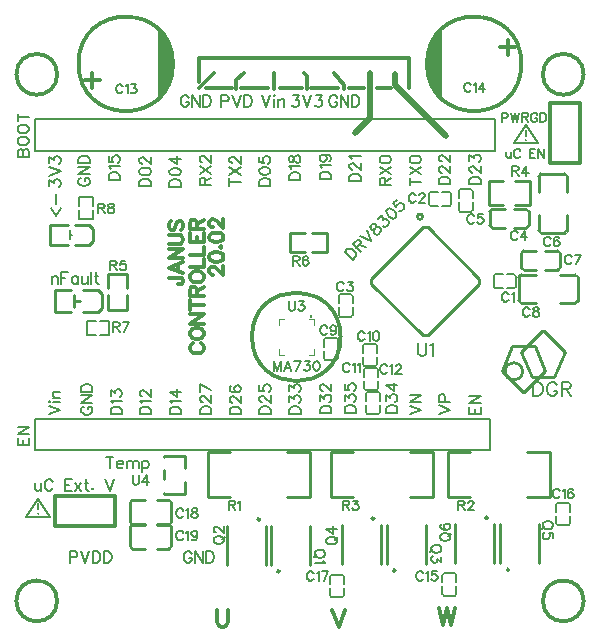
<source format=gto>
G04 Layer: TopSilkLayer*
G04 EasyEDA v6.4.3, 2020-08-11T17:18:08--5:00*
G04 523c64261a8a49868803854cdfc33515,7c1e8d740ba24e6f83eb2d53d3341807,10*
G04 Gerber Generator version 0.2*
G04 Scale: 100 percent, Rotated: No, Reflected: No *
G04 Dimensions in millimeters *
G04 leading zeros omitted , absolute positions ,3 integer and 3 decimal *
%FSLAX33Y33*%
%MOMM*%
G90*
G71D02*

%ADD10C,0.254000*%
%ADD12C,0.299999*%
%ADD16C,0.499999*%
%ADD19C,0.350012*%
%ADD58C,0.250012*%
%ADD59C,0.200000*%
%ADD60C,0.150012*%
%ADD61C,0.202997*%
%ADD62C,0.101600*%
%ADD63C,0.203200*%
%ADD64C,0.100000*%
%ADD65C,0.249999*%
%ADD66C,0.152400*%

%LPD*%
G54D12*
G01X13627Y45981D02*
G01X13627Y51442D01*
G01X13754Y51315D01*
G01X13754Y46235D01*
G01X14008Y46489D01*
G01X14008Y50935D01*
G01X14262Y50426D01*
G01X14262Y49664D01*
G01X14262Y46871D01*
G01X14516Y47505D01*
G01X14516Y49918D01*
G01X37376Y51316D02*
G01X37376Y45855D01*
G01X37249Y45982D01*
G01X37249Y51062D01*
G01X36995Y50808D01*
G01X36995Y46362D01*
G01X36741Y46871D01*
G01X36741Y47633D01*
G01X36741Y50426D01*
G01X36487Y49792D01*
G01X36487Y47379D01*
G01X43091Y50680D02*
G01X43091Y49410D01*
G01X42456Y50045D02*
G01X43726Y50045D01*
G01X7277Y47251D02*
G01X8547Y47251D01*
G01X7912Y47886D02*
G01X7912Y46616D01*
G01X29629Y46616D02*
G01X30899Y46616D01*
G01X33185Y46616D02*
G01X32042Y46616D01*
G01X16929Y47125D02*
G01X16929Y49157D01*
G01X34709Y49157D01*
G01X34709Y46617D01*
G01X19723Y46616D02*
G01X17564Y46616D01*
G01X20485Y46616D02*
G01X22771Y46616D01*
G01X25692Y46616D02*
G01X23787Y46616D01*
G01X26454Y46616D02*
G01X28740Y46616D01*
G01X46647Y40266D02*
G01X49187Y40266D01*
G01X49187Y45346D01*
G01X46647Y45346D01*
G01X46647Y40266D01*
G01X4737Y12072D02*
G01X4737Y9532D01*
G01X9817Y9532D01*
G01X9817Y12072D01*
G01X4737Y12072D01*
G54D58*
G01X44235Y24264D02*
G01X45124Y22105D01*
G01X47029Y22105D01*
G01X47918Y24264D01*
G01X44235Y24264D02*
G01X46013Y26042D01*
G01X46140Y26042D01*
G01X47918Y24264D01*
G01X46267Y22613D02*
G01X44489Y20835D01*
G01X44362Y20835D01*
G01X42583Y22613D01*
G01X46267Y22613D02*
G01X45378Y24772D01*
G01X43472Y24772D01*
G01X42583Y22613D01*
G54D59*
G01X44615Y43441D02*
G01X43599Y41917D01*
G01X45631Y41917D01*
G01X44615Y43441D01*
G01X44616Y43058D02*
G01X44616Y42550D01*
G54D12*
G01X28359Y47887D02*
G01X29248Y46870D01*
G01X29248Y46489D01*
G54D16*
G01X37884Y42553D02*
G01X33566Y46871D01*
G01X33566Y47760D01*
G01X30137Y42807D02*
G01X31407Y44077D01*
G01X31407Y47887D01*
G54D59*
G01X3340Y11818D02*
G01X2324Y10294D01*
G01X4356Y10294D01*
G01X3340Y11818D01*
G54D12*
G01X25819Y47886D02*
G01X26073Y47632D01*
G01X26073Y46489D01*
G01X23279Y47886D02*
G01X23279Y46489D01*
G01X20739Y47886D02*
G01X20104Y47251D01*
G01X20104Y46489D01*
G01X18199Y47886D02*
G01X16929Y46616D01*
G54D59*
G01X3341Y11435D02*
G01X3341Y10927D01*
G54D10*
G01X11115Y9874D02*
G01X11115Y11475D01*
G01X14616Y9874D02*
G01X14615Y11475D01*
G01X12365Y11715D02*
G01X11316Y11715D01*
G01X12365Y9635D02*
G01X11316Y9635D01*
G01X13365Y11715D02*
G01X14415Y11715D01*
G01X13365Y9635D02*
G01X14415Y9635D01*
G01X14616Y9855D02*
G01X14616Y9874D01*
G01X14616Y9835D02*
G01X14616Y9874D01*
G01X14615Y11514D02*
G01X14615Y11475D01*
G01X11115Y9835D02*
G01X11115Y9874D01*
G01X11115Y11514D02*
G01X11115Y11475D01*
G01X11115Y7842D02*
G01X11115Y9443D01*
G01X14616Y7842D02*
G01X14615Y9443D01*
G01X12365Y9683D02*
G01X11316Y9683D01*
G01X12365Y7603D02*
G01X11316Y7603D01*
G01X13365Y9683D02*
G01X14415Y9683D01*
G01X13365Y7603D02*
G01X14415Y7603D01*
G01X14616Y7823D02*
G01X14616Y7842D01*
G01X14616Y7803D02*
G01X14616Y7842D01*
G01X14615Y9482D02*
G01X14615Y9443D01*
G01X11115Y7803D02*
G01X11115Y7842D01*
G01X11115Y9482D02*
G01X11115Y9443D01*
G01X44730Y11950D02*
G01X46630Y11950D01*
G01X44730Y15749D02*
G01X46630Y15749D01*
G01X39930Y11950D02*
G01X38029Y11950D01*
G01X39930Y15749D02*
G01X38029Y15749D01*
G01X46630Y11950D02*
G01X46630Y15749D01*
G01X38029Y11950D02*
G01X38030Y15749D01*
G01X24410Y11950D02*
G01X26310Y11950D01*
G01X24410Y15749D02*
G01X26310Y15749D01*
G01X19610Y11950D02*
G01X17709Y11950D01*
G01X19610Y15749D02*
G01X17709Y15749D01*
G01X26310Y11950D02*
G01X26310Y15749D01*
G01X17709Y11950D02*
G01X17710Y15749D01*
G01X30023Y15749D02*
G01X28123Y15749D01*
G01X30023Y11950D02*
G01X28123Y11950D01*
G01X34823Y15749D02*
G01X36723Y15749D01*
G01X34823Y11950D02*
G01X36723Y11950D01*
G01X28123Y15749D02*
G01X28123Y11950D01*
G01X36723Y15749D02*
G01X36723Y11950D01*
G54D60*
G01X8005Y35506D02*
G01X6804Y35506D01*
G01X8005Y36276D02*
G01X8005Y35506D01*
G01X8005Y37406D02*
G01X6804Y37406D01*
G01X8005Y36636D02*
G01X8005Y37406D01*
G01X6804Y36636D02*
G01X6804Y37406D01*
G01X6804Y36276D02*
G01X6804Y35506D01*
G54D10*
G01X8393Y29532D02*
G01X8393Y29531D01*
G01X8743Y29182D01*
G01X8393Y27631D02*
G01X8393Y27632D01*
G01X8743Y27981D01*
G01X6143Y27631D02*
G01X4793Y27631D01*
G01X6143Y29532D02*
G01X4793Y29532D01*
G01X7143Y27631D02*
G01X8393Y27631D01*
G01X7143Y29532D02*
G01X8393Y29532D01*
G01X4793Y27631D02*
G01X4793Y29532D01*
G01X8743Y27981D02*
G01X8743Y29182D01*
G01X6342Y28082D02*
G01X6342Y29082D01*
G01X6342Y28587D02*
G01X6842Y28587D01*
G54D60*
G01X7471Y25695D02*
G01X7471Y26896D01*
G01X8241Y25695D02*
G01X7471Y25695D01*
G01X9371Y25695D02*
G01X9371Y26896D01*
G01X8601Y25695D02*
G01X9371Y25695D01*
G01X8601Y26896D02*
G01X9371Y26896D01*
G01X8241Y26896D02*
G01X7471Y26896D01*
G54D10*
G01X4369Y33306D02*
G01X5842Y33306D01*
G01X4369Y35033D02*
G01X5842Y35033D01*
G01X4369Y35033D02*
G01X4369Y33306D01*
G01X6427Y33306D02*
G01X7595Y33306D01*
G01X6452Y35033D02*
G01X7595Y35033D01*
G01X7595Y35033D02*
G01X7951Y34678D01*
G01X7951Y33662D01*
G01X7595Y33306D01*
G54D61*
G01X6058Y34576D02*
G01X6058Y33789D01*
G01X6058Y34177D02*
G01X6234Y34177D01*
G54D60*
G01X38739Y4758D02*
G01X38739Y5379D01*
G01X38739Y4398D02*
G01X38739Y3779D01*
G01X37539Y4398D02*
G01X37539Y3779D01*
G01X37739Y3628D02*
G01X38538Y3628D01*
G01X37539Y4758D02*
G01X37539Y5379D01*
G01X37739Y5528D02*
G01X38538Y5528D01*
G01X37689Y3628D02*
G01X37739Y3628D01*
G01X38588Y3628D02*
G01X38538Y3628D01*
G01X37688Y5528D02*
G01X37739Y5528D01*
G01X38589Y5528D02*
G01X38538Y5528D01*
G01X48391Y10727D02*
G01X48391Y11348D01*
G01X48391Y10367D02*
G01X48391Y9748D01*
G01X47191Y10367D02*
G01X47191Y9748D01*
G01X47391Y9597D02*
G01X48190Y9597D01*
G01X47191Y10727D02*
G01X47191Y11348D01*
G01X47391Y11497D02*
G01X48190Y11497D01*
G01X47341Y9597D02*
G01X47391Y9597D01*
G01X48240Y9597D02*
G01X48190Y9597D01*
G01X47340Y11497D02*
G01X47391Y11497D01*
G01X48241Y11497D02*
G01X48190Y11497D01*
G01X29214Y4631D02*
G01X29214Y5252D01*
G01X29214Y4271D02*
G01X29214Y3652D01*
G01X28014Y4271D02*
G01X28014Y3652D01*
G01X28214Y3501D02*
G01X29013Y3501D01*
G01X28014Y4631D02*
G01X28014Y5252D01*
G01X28214Y5401D02*
G01X29013Y5401D01*
G01X28164Y3501D02*
G01X28214Y3501D01*
G01X29063Y3501D02*
G01X29013Y3501D01*
G01X28163Y5401D02*
G01X28214Y5401D01*
G01X29064Y5401D02*
G01X29013Y5401D01*
G54D10*
G01X44020Y28598D02*
G01X44020Y30598D01*
G01X47520Y28398D02*
G01X48720Y28398D01*
G01X47520Y30798D02*
G01X48720Y30798D01*
G01X45520Y28398D02*
G01X44320Y28398D01*
G01X45520Y30798D02*
G01X44320Y30798D01*
G01X49020Y28598D02*
G01X49020Y30598D01*
G01X48820Y28398D02*
G01X48720Y28398D01*
G01X48820Y30798D02*
G01X48720Y30798D01*
G01X44220Y28398D02*
G01X44320Y28398D01*
G01X44220Y30798D02*
G01X44320Y30798D01*
G01X45901Y39337D02*
G01X47901Y39337D01*
G01X45701Y35837D02*
G01X45701Y34637D01*
G01X48101Y35837D02*
G01X48101Y34637D01*
G01X45701Y37837D02*
G01X45701Y39037D01*
G01X48101Y37837D02*
G01X48101Y39037D01*
G01X45901Y34337D02*
G01X47901Y34337D01*
G01X45701Y34537D02*
G01X45701Y34637D01*
G01X48101Y34537D02*
G01X48101Y34637D01*
G01X45701Y39137D02*
G01X45701Y39037D01*
G01X48101Y39137D02*
G01X48101Y39037D01*
G01X32328Y9603D02*
G01X32328Y6303D01*
G01X29028Y6303D02*
G01X29028Y9603D01*
G01X22643Y9531D02*
G01X22643Y6231D01*
G01X19343Y6231D02*
G01X19343Y9531D01*
G01X43718Y36706D02*
G01X44968Y36706D01*
G01X43718Y38745D02*
G01X44968Y38745D01*
G01X42718Y36706D02*
G01X41468Y36706D01*
G01X42718Y38745D02*
G01X41468Y38745D01*
G01X44969Y36706D02*
G01X44968Y38745D01*
G01X41468Y36706D02*
G01X41468Y38745D01*
G01X15798Y15449D02*
G01X15798Y14431D01*
G01X13997Y12318D02*
G01X13997Y12249D01*
G01X13997Y14218D02*
G01X13997Y13481D01*
G01X13997Y15449D02*
G01X13997Y15381D01*
G01X15798Y12249D02*
G01X13997Y12249D01*
G01X15798Y15449D02*
G01X13997Y15449D01*
G01X15798Y13268D02*
G01X15798Y12249D01*
G01X23026Y6230D02*
G01X23026Y9530D01*
G01X26326Y9530D02*
G01X26326Y6230D01*
G01X32838Y6303D02*
G01X32838Y9603D01*
G01X36138Y9603D02*
G01X36138Y6303D01*
G01X42457Y6357D02*
G01X42457Y9657D01*
G01X45757Y9657D02*
G01X45757Y6357D01*
G01X41947Y9658D02*
G01X41947Y6358D01*
G01X38647Y6358D02*
G01X38647Y9658D01*
G54D62*
G01X23685Y24489D02*
G01X23685Y24033D01*
G01X23685Y27033D02*
G01X23685Y26578D01*
G01X26685Y26578D02*
G01X26685Y27033D01*
G01X26685Y24033D02*
G01X26685Y24489D01*
G01X24140Y27033D02*
G01X23685Y27033D01*
G01X26685Y27033D02*
G01X26229Y27033D01*
G01X24140Y24033D02*
G01X23685Y24033D01*
G01X26685Y24033D02*
G01X26229Y24033D01*
G54D60*
G01X32008Y24189D02*
G01X32008Y24810D01*
G01X32008Y23829D02*
G01X32008Y23210D01*
G01X30808Y23829D02*
G01X30808Y23210D01*
G01X31008Y23059D02*
G01X31807Y23059D01*
G01X30808Y24189D02*
G01X30808Y24810D01*
G01X31008Y24959D02*
G01X31807Y24959D01*
G01X30958Y23059D02*
G01X31008Y23059D01*
G01X31857Y23059D02*
G01X31807Y23059D01*
G01X30957Y24959D02*
G01X31008Y24959D01*
G01X31858Y24959D02*
G01X31807Y24959D01*
G01X32135Y22157D02*
G01X32135Y22778D01*
G01X32135Y21797D02*
G01X32135Y21178D01*
G01X30935Y21797D02*
G01X30935Y21178D01*
G01X31135Y21027D02*
G01X31934Y21027D01*
G01X30935Y22157D02*
G01X30935Y22778D01*
G01X31135Y22927D02*
G01X31934Y22927D01*
G01X31085Y21027D02*
G01X31135Y21027D01*
G01X31984Y21027D02*
G01X31934Y21027D01*
G01X31084Y22927D02*
G01X31135Y22927D01*
G01X31985Y22927D02*
G01X31934Y22927D01*
G01X31061Y19766D02*
G01X31061Y19146D01*
G01X31061Y20126D02*
G01X31061Y20746D01*
G01X32261Y20126D02*
G01X32261Y20746D01*
G01X32061Y20896D02*
G01X31261Y20896D01*
G01X32261Y19766D02*
G01X32261Y19146D01*
G01X32061Y18996D02*
G01X31261Y18996D01*
G01X32111Y20896D02*
G01X32061Y20896D01*
G01X31212Y20896D02*
G01X31261Y20896D01*
G01X32112Y18996D02*
G01X32061Y18996D01*
G01X31211Y18996D02*
G01X31261Y18996D01*
G54D10*
G01X9271Y27794D02*
G01X10872Y27794D01*
G01X10866Y29644D02*
G01X10866Y30894D01*
G01X9266Y29644D02*
G01X9266Y30894D01*
G01X10872Y29044D02*
G01X10872Y27794D01*
G01X9271Y29044D02*
G01X9271Y27794D01*
G01X9266Y30894D02*
G01X10866Y30894D01*
G01X24651Y34335D02*
G01X24651Y32734D01*
G01X26501Y32740D02*
G01X27751Y32740D01*
G01X26501Y34340D02*
G01X27751Y34340D01*
G01X25901Y32734D02*
G01X24651Y32734D01*
G01X25901Y34335D02*
G01X24651Y34335D01*
G01X27751Y34340D02*
G01X27751Y32740D01*
G54D60*
G01X40136Y37270D02*
G01X40136Y37891D01*
G01X40136Y36910D02*
G01X40136Y36291D01*
G01X38936Y36910D02*
G01X38936Y36291D01*
G01X39136Y36140D02*
G01X39935Y36140D01*
G01X38936Y37270D02*
G01X38936Y37891D01*
G01X39136Y38040D02*
G01X39935Y38040D01*
G01X39086Y36140D02*
G01X39136Y36140D01*
G01X39985Y36140D02*
G01X39935Y36140D01*
G01X39085Y38040D02*
G01X39136Y38040D01*
G01X39986Y38040D02*
G01X39935Y38040D01*
G01X37556Y36617D02*
G01X38176Y36617D01*
G01X37196Y36617D02*
G01X36576Y36617D01*
G01X37196Y37817D02*
G01X36576Y37817D01*
G01X36426Y37617D02*
G01X36426Y36818D01*
G01X37556Y37817D02*
G01X38176Y37817D01*
G01X38326Y37617D02*
G01X38326Y36818D01*
G01X36426Y37667D02*
G01X36426Y37617D01*
G01X36426Y36768D02*
G01X36426Y36818D01*
G01X38326Y37668D02*
G01X38326Y37617D01*
G01X38326Y36767D02*
G01X38326Y36818D01*
G01X42658Y30833D02*
G01X42037Y30833D01*
G01X43018Y30833D02*
G01X43637Y30833D01*
G01X43018Y29633D02*
G01X43637Y29633D01*
G01X43788Y29833D02*
G01X43788Y30633D01*
G01X42658Y29633D02*
G01X42037Y29633D01*
G01X41888Y29833D02*
G01X41888Y30633D01*
G01X43788Y29783D02*
G01X43788Y29833D01*
G01X43788Y30682D02*
G01X43788Y30633D01*
G01X41888Y29782D02*
G01X41888Y29833D01*
G01X41888Y30683D02*
G01X41888Y30633D01*
G01X29976Y28380D02*
G01X29976Y29001D01*
G01X29976Y28020D02*
G01X29976Y27401D01*
G01X28776Y28020D02*
G01X28776Y27401D01*
G01X28976Y27250D02*
G01X29775Y27250D01*
G01X28776Y28380D02*
G01X28776Y29001D01*
G01X28976Y29150D02*
G01X29775Y29150D01*
G01X28926Y27250D02*
G01X28976Y27250D01*
G01X29825Y27250D02*
G01X29775Y27250D01*
G01X28925Y29150D02*
G01X28976Y29150D01*
G01X29826Y29150D02*
G01X29775Y29150D01*
G01X28706Y24697D02*
G01X28706Y25318D01*
G01X28706Y24337D02*
G01X28706Y23718D01*
G01X27506Y24337D02*
G01X27506Y23718D01*
G01X27706Y23567D02*
G01X28505Y23567D01*
G01X27506Y24697D02*
G01X27506Y25318D01*
G01X27706Y25467D02*
G01X28505Y25467D01*
G01X27656Y23567D02*
G01X27706Y23567D01*
G01X28555Y23567D02*
G01X28505Y23567D01*
G01X27655Y25467D02*
G01X27706Y25467D01*
G01X28556Y25467D02*
G01X28505Y25467D01*
G54D10*
G01X44235Y31410D02*
G01X44235Y32611D01*
G01X46285Y31210D02*
G01X47285Y31210D01*
G01X46285Y32811D02*
G01X47285Y32811D01*
G01X45485Y31210D02*
G01X44485Y31210D01*
G01X45485Y32811D02*
G01X44485Y32811D01*
G01X47535Y31410D02*
G01X47535Y32611D01*
G01X47335Y31210D02*
G01X47285Y31210D01*
G01X47335Y32811D02*
G01X47285Y32811D01*
G01X44435Y31210D02*
G01X44485Y31210D01*
G01X44436Y32811D02*
G01X44485Y32811D01*
G01X44868Y36167D02*
G01X44868Y34967D01*
G01X42819Y36367D02*
G01X41818Y36367D01*
G01X42819Y34766D02*
G01X41818Y34766D01*
G01X43619Y36367D02*
G01X44618Y36367D01*
G01X43619Y34766D02*
G01X44618Y34766D01*
G01X41568Y36167D02*
G01X41568Y34967D01*
G01X41768Y36367D02*
G01X41818Y36367D01*
G01X41769Y34766D02*
G01X41818Y34766D01*
G01X44668Y36367D02*
G01X44618Y36367D01*
G01X44668Y34766D02*
G01X44618Y34766D01*
G01X40687Y30430D02*
G01X40687Y30035D01*
G01X40687Y30035D02*
G01X36304Y25653D01*
G01X36304Y25653D02*
G01X35909Y25653D01*
G01X35909Y25653D02*
G01X31527Y30035D01*
G01X31527Y30035D02*
G01X31527Y30430D01*
G01X31527Y30430D02*
G01X35909Y34812D01*
G01X35909Y34812D02*
G01X36304Y34812D01*
G01X36304Y34812D02*
G01X40687Y30430D01*
G54D63*
G01X42018Y43936D02*
G01X3054Y43936D01*
G01X3054Y41269D01*
G01X42018Y41269D01*
G01X42018Y43936D01*
G01X41624Y18587D02*
G01X3054Y18587D01*
G01X3054Y15920D01*
G01X41624Y15920D01*
G01X41624Y18587D01*
G01X9373Y15367D02*
G01X9373Y14412D01*
G01X9055Y15367D02*
G01X9693Y15367D01*
G01X9992Y14775D02*
G01X10536Y14775D01*
G01X10536Y14867D01*
G01X10493Y14958D01*
G01X10447Y15004D01*
G01X10356Y15050D01*
G01X10219Y15050D01*
G01X10127Y15004D01*
G01X10038Y14912D01*
G01X9992Y14775D01*
G01X9992Y14684D01*
G01X10038Y14549D01*
G01X10127Y14458D01*
G01X10219Y14412D01*
G01X10356Y14412D01*
G01X10447Y14458D01*
G01X10536Y14549D01*
G01X10838Y15050D02*
G01X10838Y14412D01*
G01X10838Y14867D02*
G01X10973Y15004D01*
G01X11064Y15050D01*
G01X11202Y15050D01*
G01X11293Y15004D01*
G01X11336Y14867D01*
G01X11336Y14412D01*
G01X11336Y14867D02*
G01X11473Y15004D01*
G01X11565Y15050D01*
G01X11702Y15050D01*
G01X11791Y15004D01*
G01X11837Y14867D01*
G01X11837Y14412D01*
G01X12136Y15050D02*
G01X12136Y14095D01*
G01X12136Y14912D02*
G01X12228Y15004D01*
G01X12319Y15050D01*
G01X12456Y15050D01*
G01X12545Y15004D01*
G01X12637Y14912D01*
G01X12682Y14775D01*
G01X12682Y14684D01*
G01X12637Y14549D01*
G01X12545Y14458D01*
G01X12456Y14412D01*
G01X12319Y14412D01*
G01X12228Y14458D01*
G01X12136Y14549D01*
G01X45250Y21715D02*
G01X45250Y20521D01*
G01X45250Y21715D02*
G01X45649Y21715D01*
G01X45819Y21659D01*
G01X45933Y21544D01*
G01X45989Y21430D01*
G01X46045Y21260D01*
G01X46045Y20976D01*
G01X45989Y20805D01*
G01X45933Y20691D01*
G01X45819Y20579D01*
G01X45649Y20521D01*
G01X45250Y20521D01*
G01X47272Y21430D02*
G01X47216Y21544D01*
G01X47102Y21659D01*
G01X46990Y21715D01*
G01X46762Y21715D01*
G01X46647Y21659D01*
G01X46535Y21544D01*
G01X46477Y21430D01*
G01X46421Y21260D01*
G01X46421Y20976D01*
G01X46477Y20805D01*
G01X46535Y20691D01*
G01X46647Y20579D01*
G01X46762Y20521D01*
G01X46990Y20521D01*
G01X47102Y20579D01*
G01X47216Y20691D01*
G01X47272Y20805D01*
G01X47272Y20976D01*
G01X46990Y20976D02*
G01X47272Y20976D01*
G01X47648Y21715D02*
G01X47648Y20521D01*
G01X47648Y21715D02*
G01X48159Y21715D01*
G01X48331Y21659D01*
G01X48387Y21600D01*
G01X48443Y21489D01*
G01X48443Y21374D01*
G01X48387Y21260D01*
G01X48331Y21204D01*
G01X48159Y21146D01*
G01X47648Y21146D01*
G01X48047Y21146D02*
G01X48443Y20521D01*
G54D12*
G01X37249Y2535D02*
G01X37590Y1105D01*
G01X37932Y2535D02*
G01X37590Y1105D01*
G01X37932Y2535D02*
G01X38273Y1105D01*
G01X38613Y2535D02*
G01X38273Y1105D01*
G01X28232Y2408D02*
G01X28778Y978D01*
G01X29324Y2408D02*
G01X28778Y978D01*
G01X18453Y2408D02*
G01X18453Y1387D01*
G01X18522Y1181D01*
G01X18659Y1047D01*
G01X18862Y978D01*
G01X18999Y978D01*
G01X19203Y1047D01*
G01X19340Y1181D01*
G01X19408Y1387D01*
G01X19408Y2408D01*
G01X18112Y30796D02*
G01X18053Y30796D01*
G01X17942Y30855D01*
G01X17883Y30910D01*
G01X17827Y31025D01*
G01X17827Y31251D01*
G01X17883Y31365D01*
G01X17942Y31424D01*
G01X18053Y31479D01*
G01X18168Y31479D01*
G01X18282Y31424D01*
G01X18452Y31309D01*
G01X19021Y30740D01*
G01X19021Y31535D01*
G01X17827Y32252D02*
G01X17883Y32081D01*
G01X18053Y31967D01*
G01X18338Y31911D01*
G01X18508Y31911D01*
G01X18793Y31967D01*
G01X18963Y32081D01*
G01X19021Y32252D01*
G01X19021Y32366D01*
G01X18963Y32536D01*
G01X18793Y32650D01*
G01X18508Y32706D01*
G01X18338Y32706D01*
G01X18053Y32650D01*
G01X17883Y32536D01*
G01X17827Y32366D01*
G01X17827Y32252D01*
G01X18737Y33138D02*
G01X18793Y33082D01*
G01X18851Y33138D01*
G01X18793Y33194D01*
G01X18737Y33138D01*
G01X17827Y33910D02*
G01X17883Y33740D01*
G01X18053Y33626D01*
G01X18338Y33570D01*
G01X18508Y33570D01*
G01X18793Y33626D01*
G01X18963Y33740D01*
G01X19021Y33910D01*
G01X19021Y34024D01*
G01X18963Y34195D01*
G01X18793Y34309D01*
G01X18508Y34365D01*
G01X18338Y34365D01*
G01X18053Y34309D01*
G01X17883Y34195D01*
G01X17827Y34024D01*
G01X17827Y33910D01*
G01X18112Y34797D02*
G01X18053Y34797D01*
G01X17942Y34855D01*
G01X17883Y34911D01*
G01X17827Y35025D01*
G01X17827Y35251D01*
G01X17883Y35366D01*
G01X17942Y35421D01*
G01X18053Y35480D01*
G01X18168Y35480D01*
G01X18282Y35421D01*
G01X18452Y35310D01*
G01X19021Y34741D01*
G01X19021Y35536D01*
G54D63*
G01X3086Y13145D02*
G01X3086Y12690D01*
G01X3132Y12553D01*
G01X3223Y12507D01*
G01X3358Y12507D01*
G01X3449Y12553D01*
G01X3587Y12690D01*
G01X3587Y13145D02*
G01X3587Y12507D01*
G01X4567Y13234D02*
G01X4524Y13325D01*
G01X4432Y13416D01*
G01X4341Y13462D01*
G01X4158Y13462D01*
G01X4069Y13416D01*
G01X3978Y13325D01*
G01X3932Y13234D01*
G01X3886Y13099D01*
G01X3886Y12870D01*
G01X3932Y12733D01*
G01X3978Y12644D01*
G01X4069Y12553D01*
G01X4158Y12507D01*
G01X4341Y12507D01*
G01X4432Y12553D01*
G01X4524Y12644D01*
G01X4567Y12733D01*
G01X5568Y13462D02*
G01X5568Y12507D01*
G01X5568Y13462D02*
G01X6160Y13462D01*
G01X5568Y13007D02*
G01X5931Y13007D01*
G01X5568Y12507D02*
G01X6160Y12507D01*
G01X6459Y13145D02*
G01X6960Y12507D01*
G01X6960Y13145D02*
G01X6459Y12507D01*
G01X7397Y13462D02*
G01X7397Y12690D01*
G01X7440Y12553D01*
G01X7531Y12507D01*
G01X7623Y12507D01*
G01X7259Y13145D02*
G01X7577Y13145D01*
G01X7968Y12733D02*
G01X7922Y12690D01*
G01X7968Y12644D01*
G01X8014Y12690D01*
G01X7968Y12733D01*
G01X9015Y13462D02*
G01X9378Y12507D01*
G01X9741Y13462D02*
G01X9378Y12507D01*
G01X42583Y44501D02*
G01X42583Y43739D01*
G01X42583Y44501D02*
G01X42911Y44501D01*
G01X43020Y44465D01*
G01X43056Y44430D01*
G01X43094Y44356D01*
G01X43094Y44247D01*
G01X43056Y44173D01*
G01X43020Y44138D01*
G01X42911Y44102D01*
G01X42583Y44102D01*
G01X43333Y44501D02*
G01X43515Y43739D01*
G01X43696Y44501D02*
G01X43515Y43739D01*
G01X43696Y44501D02*
G01X43879Y43739D01*
G01X44059Y44501D02*
G01X43879Y43739D01*
G01X44300Y44501D02*
G01X44300Y43739D01*
G01X44300Y44501D02*
G01X44628Y44501D01*
G01X44737Y44465D01*
G01X44773Y44430D01*
G01X44808Y44356D01*
G01X44808Y44282D01*
G01X44773Y44211D01*
G01X44737Y44173D01*
G01X44628Y44138D01*
G01X44300Y44138D01*
G01X44554Y44138D02*
G01X44808Y43739D01*
G01X45593Y44321D02*
G01X45558Y44392D01*
G01X45486Y44465D01*
G01X45413Y44501D01*
G01X45268Y44501D01*
G01X45194Y44465D01*
G01X45121Y44392D01*
G01X45085Y44321D01*
G01X45050Y44211D01*
G01X45050Y44028D01*
G01X45085Y43919D01*
G01X45121Y43848D01*
G01X45194Y43774D01*
G01X45268Y43739D01*
G01X45413Y43739D01*
G01X45486Y43774D01*
G01X45558Y43848D01*
G01X45593Y43919D01*
G01X45593Y44028D01*
G01X45413Y44028D02*
G01X45593Y44028D01*
G01X45834Y44501D02*
G01X45834Y43739D01*
G01X45834Y44501D02*
G01X46088Y44501D01*
G01X46198Y44465D01*
G01X46271Y44392D01*
G01X46307Y44321D01*
G01X46342Y44211D01*
G01X46342Y44028D01*
G01X46307Y43919D01*
G01X46271Y43848D01*
G01X46198Y43774D01*
G01X46088Y43739D01*
G01X45834Y43739D01*
G01X42964Y41199D02*
G01X42964Y40836D01*
G01X43000Y40726D01*
G01X43073Y40691D01*
G01X43183Y40691D01*
G01X43256Y40726D01*
G01X43366Y40836D01*
G01X43366Y41199D02*
G01X43366Y40691D01*
G01X44150Y41273D02*
G01X44112Y41344D01*
G01X44041Y41417D01*
G01X43968Y41453D01*
G01X43823Y41453D01*
G01X43749Y41417D01*
G01X43678Y41344D01*
G01X43640Y41273D01*
G01X43604Y41163D01*
G01X43604Y40980D01*
G01X43640Y40871D01*
G01X43678Y40800D01*
G01X43749Y40726D01*
G01X43823Y40691D01*
G01X43968Y40691D01*
G01X44041Y40726D01*
G01X44112Y40800D01*
G01X44150Y40871D01*
G01X44951Y41453D02*
G01X44951Y40691D01*
G01X44951Y41453D02*
G01X45423Y41453D01*
G01X44951Y41090D02*
G01X45240Y41090D01*
G01X44951Y40691D02*
G01X45423Y40691D01*
G01X45662Y41453D02*
G01X45662Y40691D01*
G01X45662Y41453D02*
G01X46172Y40691D01*
G01X46172Y41453D02*
G01X46172Y40691D01*
G54D12*
G01X16461Y24990D02*
G01X16347Y24931D01*
G01X16232Y24820D01*
G01X16176Y24705D01*
G01X16176Y24477D01*
G01X16232Y24365D01*
G01X16347Y24251D01*
G01X16461Y24192D01*
G01X16631Y24136D01*
G01X16916Y24136D01*
G01X17086Y24192D01*
G01X17200Y24251D01*
G01X17312Y24365D01*
G01X17370Y24477D01*
G01X17370Y24705D01*
G01X17312Y24820D01*
G01X17200Y24931D01*
G01X17086Y24990D01*
G01X16176Y25703D02*
G01X16232Y25592D01*
G01X16347Y25477D01*
G01X16461Y25421D01*
G01X16631Y25363D01*
G01X16916Y25363D01*
G01X17086Y25421D01*
G01X17200Y25477D01*
G01X17312Y25592D01*
G01X17370Y25703D01*
G01X17370Y25932D01*
G01X17312Y26046D01*
G01X17200Y26158D01*
G01X17086Y26217D01*
G01X16916Y26272D01*
G01X16631Y26272D01*
G01X16461Y26217D01*
G01X16347Y26158D01*
G01X16232Y26046D01*
G01X16176Y25932D01*
G01X16176Y25703D01*
G01X16176Y26648D02*
G01X17370Y26648D01*
G01X16176Y26648D02*
G01X17370Y27443D01*
G01X16176Y27443D02*
G01X17370Y27443D01*
G01X16176Y28215D02*
G01X17370Y28215D01*
G01X16176Y27819D02*
G01X16176Y28614D01*
G01X16176Y28988D02*
G01X17370Y28988D01*
G01X16176Y28988D02*
G01X16176Y29501D01*
G01X16232Y29671D01*
G01X16291Y29727D01*
G01X16402Y29785D01*
G01X16517Y29785D01*
G01X16631Y29727D01*
G01X16687Y29671D01*
G01X16745Y29501D01*
G01X16745Y28988D01*
G01X16745Y29386D02*
G01X17370Y29785D01*
G01X16176Y30499D02*
G01X16232Y30387D01*
G01X16347Y30273D01*
G01X16461Y30217D01*
G01X16631Y30159D01*
G01X16916Y30159D01*
G01X17086Y30217D01*
G01X17200Y30273D01*
G01X17312Y30387D01*
G01X17370Y30499D01*
G01X17370Y30728D01*
G01X17312Y30842D01*
G01X17200Y30954D01*
G01X17086Y31012D01*
G01X16916Y31068D01*
G01X16631Y31068D01*
G01X16461Y31012D01*
G01X16347Y30954D01*
G01X16232Y30842D01*
G01X16176Y30728D01*
G01X16176Y30499D01*
G01X16176Y31444D02*
G01X17370Y31444D01*
G01X17370Y31444D02*
G01X17370Y32125D01*
G01X16176Y32500D02*
G01X17370Y32500D01*
G01X17370Y32500D02*
G01X17370Y33181D01*
G01X16176Y33557D02*
G01X17370Y33557D01*
G01X16176Y33557D02*
G01X16176Y34296D01*
G01X16745Y33557D02*
G01X16745Y34012D01*
G01X17370Y33557D02*
G01X17370Y34296D01*
G01X16176Y34670D02*
G01X17370Y34670D01*
G01X16176Y34670D02*
G01X16176Y35183D01*
G01X16232Y35353D01*
G01X16291Y35409D01*
G01X16402Y35467D01*
G01X16517Y35467D01*
G01X16631Y35409D01*
G01X16687Y35353D01*
G01X16745Y35183D01*
G01X16745Y34670D01*
G01X16745Y35068D02*
G01X17370Y35467D01*
G54D63*
G01X22263Y45974D02*
G01X22626Y45019D01*
G01X22990Y45974D02*
G01X22626Y45019D01*
G01X23292Y45974D02*
G01X23335Y45928D01*
G01X23381Y45974D01*
G01X23335Y46020D01*
G01X23292Y45974D01*
G01X23335Y45657D02*
G01X23335Y45019D01*
G01X23681Y45657D02*
G01X23681Y45019D01*
G01X23681Y45474D02*
G01X23818Y45611D01*
G01X23909Y45657D01*
G01X24046Y45657D01*
G01X24135Y45611D01*
G01X24181Y45474D01*
G01X24181Y45019D01*
G01X24895Y45974D02*
G01X25395Y45974D01*
G01X25121Y45611D01*
G01X25258Y45611D01*
G01X25349Y45565D01*
G01X25395Y45519D01*
G01X25441Y45382D01*
G01X25441Y45291D01*
G01X25395Y45156D01*
G01X25304Y45065D01*
G01X25166Y45019D01*
G01X25032Y45019D01*
G01X24895Y45065D01*
G01X24849Y45111D01*
G01X24803Y45202D01*
G01X25740Y45974D02*
G01X26104Y45019D01*
G01X26467Y45974D02*
G01X26104Y45019D01*
G01X26858Y45974D02*
G01X27358Y45974D01*
G01X27084Y45611D01*
G01X27221Y45611D01*
G01X27313Y45565D01*
G01X27358Y45519D01*
G01X27404Y45382D01*
G01X27404Y45291D01*
G01X27358Y45156D01*
G01X27267Y45065D01*
G01X27130Y45019D01*
G01X26995Y45019D01*
G01X26858Y45065D01*
G01X26812Y45111D01*
G01X26767Y45202D01*
G01X28661Y45746D02*
G01X28616Y45837D01*
G01X28524Y45928D01*
G01X28433Y45974D01*
G01X28250Y45974D01*
G01X28161Y45928D01*
G01X28070Y45837D01*
G01X28024Y45746D01*
G01X27978Y45611D01*
G01X27978Y45382D01*
G01X28024Y45245D01*
G01X28070Y45156D01*
G01X28161Y45065D01*
G01X28250Y45019D01*
G01X28433Y45019D01*
G01X28524Y45065D01*
G01X28616Y45156D01*
G01X28661Y45245D01*
G01X28661Y45382D01*
G01X28433Y45382D02*
G01X28661Y45382D01*
G01X28961Y45974D02*
G01X28961Y45019D01*
G01X28961Y45974D02*
G01X29596Y45019D01*
G01X29596Y45974D02*
G01X29596Y45019D01*
G01X29896Y45974D02*
G01X29896Y45019D01*
G01X29896Y45974D02*
G01X30216Y45974D01*
G01X30351Y45928D01*
G01X30442Y45837D01*
G01X30488Y45746D01*
G01X30533Y45611D01*
G01X30533Y45382D01*
G01X30488Y45245D01*
G01X30442Y45156D01*
G01X30351Y45065D01*
G01X30216Y45019D01*
G01X29896Y45019D01*
G01X18834Y45974D02*
G01X18834Y45019D01*
G01X18834Y45974D02*
G01X19243Y45974D01*
G01X19380Y45928D01*
G01X19426Y45883D01*
G01X19472Y45791D01*
G01X19472Y45657D01*
G01X19426Y45565D01*
G01X19380Y45519D01*
G01X19243Y45474D01*
G01X18834Y45474D01*
G01X19771Y45974D02*
G01X20135Y45019D01*
G01X20498Y45974D02*
G01X20135Y45019D01*
G01X20798Y45974D02*
G01X20798Y45019D01*
G01X20798Y45974D02*
G01X21115Y45974D01*
G01X21252Y45928D01*
G01X21344Y45837D01*
G01X21389Y45746D01*
G01X21435Y45611D01*
G01X21435Y45382D01*
G01X21389Y45245D01*
G01X21344Y45156D01*
G01X21252Y45065D01*
G01X21115Y45019D01*
G01X20798Y45019D01*
G01X16088Y45746D02*
G01X16043Y45837D01*
G01X15951Y45928D01*
G01X15860Y45974D01*
G01X15677Y45974D01*
G01X15588Y45928D01*
G01X15497Y45837D01*
G01X15451Y45746D01*
G01X15405Y45611D01*
G01X15405Y45382D01*
G01X15451Y45245D01*
G01X15497Y45156D01*
G01X15588Y45065D01*
G01X15677Y45019D01*
G01X15860Y45019D01*
G01X15951Y45065D01*
G01X16043Y45156D01*
G01X16088Y45245D01*
G01X16088Y45382D01*
G01X15860Y45382D02*
G01X16088Y45382D01*
G01X16388Y45974D02*
G01X16388Y45019D01*
G01X16388Y45974D02*
G01X17023Y45019D01*
G01X17023Y45974D02*
G01X17023Y45019D01*
G01X17323Y45974D02*
G01X17323Y45019D01*
G01X17323Y45974D02*
G01X17643Y45974D01*
G01X17778Y45928D01*
G01X17869Y45837D01*
G01X17915Y45746D01*
G01X17960Y45611D01*
G01X17960Y45382D01*
G01X17915Y45245D01*
G01X17869Y45156D01*
G01X17778Y45065D01*
G01X17643Y45019D01*
G01X17323Y45019D01*
G54D12*
G01X14398Y30547D02*
G01X15308Y30547D01*
G01X15478Y30489D01*
G01X15534Y30433D01*
G01X15592Y30319D01*
G01X15592Y30207D01*
G01X15534Y30093D01*
G01X15478Y30034D01*
G01X15308Y29978D01*
G01X15193Y29978D01*
G01X14398Y31375D02*
G01X15592Y30921D01*
G01X14398Y31375D02*
G01X15592Y31830D01*
G01X15193Y31093D02*
G01X15193Y31660D01*
G01X14398Y32206D02*
G01X15592Y32206D01*
G01X14398Y32206D02*
G01X15592Y33001D01*
G01X14398Y33001D02*
G01X15592Y33001D01*
G01X14398Y33377D02*
G01X15249Y33377D01*
G01X15422Y33433D01*
G01X15534Y33547D01*
G01X15592Y33717D01*
G01X15592Y33831D01*
G01X15534Y34002D01*
G01X15422Y34116D01*
G01X15249Y34172D01*
G01X14398Y34172D01*
G01X14569Y35343D02*
G01X14454Y35228D01*
G01X14398Y35058D01*
G01X14398Y34830D01*
G01X14454Y34659D01*
G01X14569Y34548D01*
G01X14683Y34548D01*
G01X14795Y34604D01*
G01X14853Y34659D01*
G01X14909Y34774D01*
G01X15023Y35114D01*
G01X15079Y35228D01*
G01X15138Y35284D01*
G01X15249Y35343D01*
G01X15422Y35343D01*
G01X15534Y35228D01*
G01X15592Y35058D01*
G01X15592Y34830D01*
G01X15534Y34659D01*
G01X15422Y34548D01*
G54D63*
G01X4820Y37599D02*
G01X4820Y36781D01*
G01X5229Y36481D02*
G01X4820Y35752D01*
G01X4411Y36481D01*
G01X4483Y30671D02*
G01X4483Y30033D01*
G01X4483Y30488D02*
G01X4620Y30625D01*
G01X4712Y30671D01*
G01X4846Y30671D01*
G01X4938Y30625D01*
G01X4984Y30488D01*
G01X4984Y30033D01*
G01X5283Y30988D02*
G01X5283Y30033D01*
G01X5283Y30988D02*
G01X5875Y30988D01*
G01X5283Y30533D02*
G01X5647Y30533D01*
G01X6721Y30671D02*
G01X6721Y30033D01*
G01X6721Y30533D02*
G01X6630Y30625D01*
G01X6538Y30671D01*
G01X6401Y30671D01*
G01X6309Y30625D01*
G01X6221Y30533D01*
G01X6175Y30396D01*
G01X6175Y30305D01*
G01X6221Y30170D01*
G01X6309Y30079D01*
G01X6401Y30033D01*
G01X6538Y30033D01*
G01X6630Y30079D01*
G01X6721Y30170D01*
G01X7021Y30671D02*
G01X7021Y30216D01*
G01X7066Y30079D01*
G01X7155Y30033D01*
G01X7292Y30033D01*
G01X7384Y30079D01*
G01X7521Y30216D01*
G01X7521Y30671D02*
G01X7521Y30033D01*
G01X7821Y30988D02*
G01X7821Y30033D01*
G01X8255Y30988D02*
G01X8255Y30216D01*
G01X8301Y30079D01*
G01X8392Y30033D01*
G01X8484Y30033D01*
G01X8121Y30671D02*
G01X8438Y30671D01*
G01X16342Y7138D02*
G01X16297Y7229D01*
G01X16205Y7320D01*
G01X16114Y7366D01*
G01X15931Y7366D01*
G01X15842Y7320D01*
G01X15751Y7229D01*
G01X15705Y7138D01*
G01X15659Y7003D01*
G01X15659Y6774D01*
G01X15705Y6637D01*
G01X15751Y6548D01*
G01X15842Y6457D01*
G01X15931Y6411D01*
G01X16114Y6411D01*
G01X16205Y6457D01*
G01X16297Y6548D01*
G01X16342Y6637D01*
G01X16342Y6774D01*
G01X16114Y6774D02*
G01X16342Y6774D01*
G01X16642Y7366D02*
G01X16642Y6411D01*
G01X16642Y7366D02*
G01X17277Y6411D01*
G01X17277Y7366D02*
G01X17277Y6411D01*
G01X17577Y7366D02*
G01X17577Y6411D01*
G01X17577Y7366D02*
G01X17897Y7366D01*
G01X18032Y7320D01*
G01X18123Y7229D01*
G01X18169Y7138D01*
G01X18214Y7003D01*
G01X18214Y6774D01*
G01X18169Y6637D01*
G01X18123Y6548D01*
G01X18032Y6457D01*
G01X17897Y6411D01*
G01X17577Y6411D01*
G01X6007Y7366D02*
G01X6007Y6411D01*
G01X6007Y7366D02*
G01X6416Y7366D01*
G01X6553Y7320D01*
G01X6599Y7275D01*
G01X6645Y7183D01*
G01X6645Y7049D01*
G01X6599Y6957D01*
G01X6553Y6912D01*
G01X6416Y6866D01*
G01X6007Y6866D01*
G01X6944Y7366D02*
G01X7308Y6411D01*
G01X7671Y7366D02*
G01X7308Y6411D01*
G01X7971Y7366D02*
G01X7971Y6411D01*
G01X7971Y7366D02*
G01X8288Y7366D01*
G01X8425Y7320D01*
G01X8517Y7229D01*
G01X8562Y7138D01*
G01X8608Y7003D01*
G01X8608Y6774D01*
G01X8562Y6637D01*
G01X8517Y6548D01*
G01X8425Y6457D01*
G01X8288Y6411D01*
G01X7971Y6411D01*
G01X8908Y7366D02*
G01X8908Y6411D01*
G01X8908Y7366D02*
G01X9225Y7366D01*
G01X9363Y7320D01*
G01X9454Y7229D01*
G01X9497Y7138D01*
G01X9543Y7003D01*
G01X9543Y6774D01*
G01X9497Y6637D01*
G01X9454Y6548D01*
G01X9363Y6457D01*
G01X9225Y6411D01*
G01X8908Y6411D01*
G01X29296Y32724D02*
G01X29972Y32049D01*
G01X29296Y32724D02*
G01X29521Y32949D01*
G01X29650Y33013D01*
G01X29779Y33013D01*
G01X29876Y32981D01*
G01X30004Y32918D01*
G01X30166Y32757D01*
G01X30230Y32627D01*
G01X30261Y32532D01*
G01X30261Y32403D01*
G01X30196Y32273D01*
G01X29972Y32049D01*
G01X29959Y33387D02*
G01X30634Y32712D01*
G01X29959Y33387D02*
G01X30248Y33676D01*
G01X30376Y33739D01*
G01X30440Y33739D01*
G01X30537Y33707D01*
G01X30602Y33642D01*
G01X30633Y33547D01*
G01X30633Y33482D01*
G01X30570Y33355D01*
G01X30281Y33066D01*
G01X30505Y33290D02*
G01X31083Y33161D01*
G01X30620Y34048D02*
G01X31554Y33631D01*
G01X31136Y34563D02*
G01X31554Y33631D01*
G01X31507Y34935D02*
G01X31444Y34808D01*
G01X31477Y34711D01*
G01X31541Y34646D01*
G01X31637Y34616D01*
G01X31732Y34646D01*
G01X31893Y34743D01*
G01X32023Y34808D01*
G01X32150Y34806D01*
G01X32247Y34774D01*
G01X32342Y34678D01*
G01X32375Y34581D01*
G01X32377Y34519D01*
G01X32312Y34389D01*
G01X32183Y34260D01*
G01X32055Y34197D01*
G01X31990Y34197D01*
G01X31893Y34229D01*
G01X31798Y34325D01*
G01X31766Y34422D01*
G01X31766Y34551D01*
G01X31829Y34678D01*
G01X31926Y34840D01*
G01X31958Y34937D01*
G01X31926Y35030D01*
G01X31861Y35095D01*
G01X31766Y35129D01*
G01X31637Y35065D01*
G01X31507Y34935D01*
G01X32073Y35501D02*
G01X32427Y35855D01*
G01X32492Y35406D01*
G01X32587Y35501D01*
G01X32684Y35533D01*
G01X32748Y35533D01*
G01X32878Y35469D01*
G01X32942Y35404D01*
G01X33005Y35276D01*
G01X33005Y35147D01*
G01X32942Y35020D01*
G01X32845Y34923D01*
G01X32716Y34858D01*
G01X32651Y34858D01*
G01X32554Y34890D01*
G01X32863Y36291D02*
G01X32800Y36164D01*
G01X32833Y36002D01*
G01X32960Y35810D01*
G01X33057Y35713D01*
G01X33249Y35585D01*
G01X33411Y35553D01*
G01X33539Y35616D01*
G01X33603Y35681D01*
G01X33668Y35810D01*
G01X33636Y35972D01*
G01X33508Y36164D01*
G01X33411Y36261D01*
G01X33219Y36388D01*
G01X33057Y36421D01*
G01X32928Y36356D01*
G01X32863Y36291D01*
G01X33720Y37148D02*
G01X33399Y36826D01*
G01X33655Y36505D01*
G01X33655Y36570D01*
G01X33718Y36697D01*
G01X33815Y36794D01*
G01X33945Y36859D01*
G01X34072Y36857D01*
G01X34201Y36792D01*
G01X34266Y36728D01*
G01X34329Y36600D01*
G01X34331Y36473D01*
G01X34266Y36343D01*
G01X34169Y36246D01*
G01X34042Y36184D01*
G01X33977Y36184D01*
G01X33880Y36216D01*
G01X23279Y23470D02*
G01X23279Y22660D01*
G01X23279Y23470D02*
G01X23589Y22660D01*
G01X23896Y23470D02*
G01X23589Y22660D01*
G01X23896Y23470D02*
G01X23896Y22660D01*
G01X24463Y23470D02*
G01X24153Y22660D01*
G01X24463Y23470D02*
G01X24770Y22660D01*
G01X24270Y22929D02*
G01X24656Y22929D01*
G01X25568Y23470D02*
G01X25179Y22660D01*
G01X25027Y23470D02*
G01X25568Y23470D01*
G01X25898Y23470D02*
G01X26325Y23470D01*
G01X26091Y23162D01*
G01X26208Y23162D01*
G01X26287Y23122D01*
G01X26325Y23084D01*
G01X26363Y22967D01*
G01X26363Y22891D01*
G01X26325Y22774D01*
G01X26246Y22698D01*
G01X26132Y22660D01*
G01X26015Y22660D01*
G01X25898Y22698D01*
G01X25860Y22736D01*
G01X25822Y22814D01*
G01X26850Y23470D02*
G01X26734Y23432D01*
G01X26657Y23315D01*
G01X26617Y23122D01*
G01X26617Y23008D01*
G01X26657Y22814D01*
G01X26734Y22698D01*
G01X26850Y22660D01*
G01X26927Y22660D01*
G01X27044Y22698D01*
G01X27120Y22814D01*
G01X27158Y23008D01*
G01X27158Y23122D01*
G01X27120Y23315D01*
G01X27044Y23432D01*
G01X26927Y23470D01*
G01X26850Y23470D01*
G01X10490Y46734D02*
G01X10455Y46805D01*
G01X10381Y46878D01*
G01X10307Y46914D01*
G01X10163Y46914D01*
G01X10089Y46878D01*
G01X10018Y46805D01*
G01X9980Y46734D01*
G01X9944Y46624D01*
G01X9944Y46441D01*
G01X9980Y46332D01*
G01X10018Y46261D01*
G01X10089Y46187D01*
G01X10163Y46152D01*
G01X10307Y46152D01*
G01X10381Y46187D01*
G01X10455Y46261D01*
G01X10490Y46332D01*
G01X10729Y46769D02*
G01X10803Y46805D01*
G01X10912Y46914D01*
G01X10912Y46152D01*
G01X11224Y46914D02*
G01X11626Y46914D01*
G01X11407Y46624D01*
G01X11516Y46624D01*
G01X11588Y46586D01*
G01X11626Y46551D01*
G01X11661Y46441D01*
G01X11661Y46370D01*
G01X11626Y46261D01*
G01X11552Y46187D01*
G01X11443Y46152D01*
G01X11334Y46152D01*
G01X11224Y46187D01*
G01X11189Y46223D01*
G01X11151Y46297D01*
G01X39954Y46861D02*
G01X39919Y46932D01*
G01X39845Y47005D01*
G01X39771Y47041D01*
G01X39627Y47041D01*
G01X39553Y47005D01*
G01X39482Y46932D01*
G01X39444Y46861D01*
G01X39408Y46751D01*
G01X39408Y46568D01*
G01X39444Y46459D01*
G01X39482Y46388D01*
G01X39553Y46314D01*
G01X39627Y46279D01*
G01X39771Y46279D01*
G01X39845Y46314D01*
G01X39919Y46388D01*
G01X39954Y46459D01*
G01X40193Y46896D02*
G01X40267Y46932D01*
G01X40376Y47041D01*
G01X40376Y46279D01*
G01X40980Y47041D02*
G01X40615Y46533D01*
G01X41161Y46533D01*
G01X40980Y47041D02*
G01X40980Y46279D01*
G54D66*
G01X15604Y10831D02*
G01X15566Y10909D01*
G01X15487Y10986D01*
G01X15411Y11024D01*
G01X15256Y11024D01*
G01X15180Y10986D01*
G01X15101Y10909D01*
G01X15063Y10831D01*
G01X15025Y10716D01*
G01X15025Y10521D01*
G01X15063Y10406D01*
G01X15101Y10328D01*
G01X15180Y10252D01*
G01X15256Y10213D01*
G01X15411Y10213D01*
G01X15487Y10252D01*
G01X15566Y10328D01*
G01X15604Y10406D01*
G01X15858Y10869D02*
G01X15937Y10909D01*
G01X16051Y11024D01*
G01X16051Y10213D01*
G01X16501Y11024D02*
G01X16384Y10986D01*
G01X16346Y10909D01*
G01X16346Y10831D01*
G01X16384Y10754D01*
G01X16463Y10716D01*
G01X16618Y10676D01*
G01X16732Y10638D01*
G01X16811Y10561D01*
G01X16849Y10483D01*
G01X16849Y10368D01*
G01X16811Y10290D01*
G01X16770Y10252D01*
G01X16656Y10213D01*
G01X16501Y10213D01*
G01X16384Y10252D01*
G01X16346Y10290D01*
G01X16308Y10368D01*
G01X16308Y10483D01*
G01X16346Y10561D01*
G01X16422Y10638D01*
G01X16539Y10676D01*
G01X16694Y10716D01*
G01X16770Y10754D01*
G01X16811Y10831D01*
G01X16811Y10909D01*
G01X16770Y10986D01*
G01X16656Y11024D01*
G01X16501Y11024D01*
G01X15604Y8926D02*
G01X15566Y9004D01*
G01X15487Y9081D01*
G01X15411Y9119D01*
G01X15256Y9119D01*
G01X15180Y9081D01*
G01X15101Y9004D01*
G01X15063Y8926D01*
G01X15025Y8811D01*
G01X15025Y8616D01*
G01X15063Y8501D01*
G01X15101Y8423D01*
G01X15180Y8347D01*
G01X15256Y8308D01*
G01X15411Y8308D01*
G01X15487Y8347D01*
G01X15566Y8423D01*
G01X15604Y8501D01*
G01X15858Y8964D02*
G01X15937Y9004D01*
G01X16051Y9119D01*
G01X16051Y8308D01*
G01X16811Y8849D02*
G01X16770Y8733D01*
G01X16694Y8656D01*
G01X16577Y8616D01*
G01X16539Y8616D01*
G01X16422Y8656D01*
G01X16346Y8733D01*
G01X16308Y8849D01*
G01X16308Y8888D01*
G01X16346Y9004D01*
G01X16422Y9081D01*
G01X16539Y9119D01*
G01X16577Y9119D01*
G01X16694Y9081D01*
G01X16770Y9004D01*
G01X16811Y8849D01*
G01X16811Y8656D01*
G01X16770Y8463D01*
G01X16694Y8347D01*
G01X16577Y8308D01*
G01X16501Y8308D01*
G01X16384Y8347D01*
G01X16346Y8423D01*
G01X38901Y11659D02*
G01X38901Y10848D01*
G01X38901Y11659D02*
G01X39249Y11659D01*
G01X39364Y11621D01*
G01X39402Y11583D01*
G01X39442Y11504D01*
G01X39442Y11428D01*
G01X39402Y11351D01*
G01X39364Y11311D01*
G01X39249Y11273D01*
G01X38901Y11273D01*
G01X39171Y11273D02*
G01X39442Y10848D01*
G01X39734Y11466D02*
G01X39734Y11504D01*
G01X39773Y11583D01*
G01X39813Y11621D01*
G01X39889Y11659D01*
G01X40044Y11659D01*
G01X40121Y11621D01*
G01X40161Y11583D01*
G01X40199Y11504D01*
G01X40199Y11428D01*
G01X40161Y11351D01*
G01X40082Y11235D01*
G01X39696Y10848D01*
G01X40237Y10848D01*
G01X19469Y11659D02*
G01X19469Y10848D01*
G01X19469Y11659D02*
G01X19817Y11659D01*
G01X19934Y11621D01*
G01X19972Y11583D01*
G01X20010Y11504D01*
G01X20010Y11428D01*
G01X19972Y11351D01*
G01X19934Y11311D01*
G01X19817Y11273D01*
G01X19469Y11273D01*
G01X19741Y11273D02*
G01X20010Y10848D01*
G01X20264Y11504D02*
G01X20343Y11544D01*
G01X20460Y11659D01*
G01X20460Y10848D01*
G01X29123Y11659D02*
G01X29123Y10848D01*
G01X29123Y11659D02*
G01X29468Y11659D01*
G01X29585Y11621D01*
G01X29623Y11583D01*
G01X29664Y11504D01*
G01X29664Y11428D01*
G01X29623Y11351D01*
G01X29585Y11311D01*
G01X29468Y11273D01*
G01X29123Y11273D01*
G01X29392Y11273D02*
G01X29664Y10848D01*
G01X29994Y11659D02*
G01X30421Y11659D01*
G01X30187Y11351D01*
G01X30304Y11351D01*
G01X30380Y11311D01*
G01X30421Y11273D01*
G01X30459Y11156D01*
G01X30459Y11080D01*
G01X30421Y10963D01*
G01X30342Y10887D01*
G01X30228Y10848D01*
G01X30111Y10848D01*
G01X29994Y10887D01*
G01X29956Y10925D01*
G01X29918Y11003D01*
G01X8420Y36806D02*
G01X8420Y35993D01*
G01X8420Y36806D02*
G01X8768Y36806D01*
G01X8885Y36765D01*
G01X8923Y36727D01*
G01X8962Y36651D01*
G01X8962Y36572D01*
G01X8923Y36496D01*
G01X8885Y36458D01*
G01X8768Y36420D01*
G01X8420Y36420D01*
G01X8690Y36420D02*
G01X8962Y35993D01*
G01X9409Y36806D02*
G01X9294Y36765D01*
G01X9256Y36689D01*
G01X9256Y36613D01*
G01X9294Y36534D01*
G01X9370Y36496D01*
G01X9525Y36458D01*
G01X9642Y36420D01*
G01X9718Y36341D01*
G01X9757Y36265D01*
G01X9757Y36148D01*
G01X9718Y36072D01*
G01X9680Y36031D01*
G01X9563Y35993D01*
G01X9409Y35993D01*
G01X9294Y36031D01*
G01X9256Y36072D01*
G01X9216Y36148D01*
G01X9216Y36265D01*
G01X9256Y36341D01*
G01X9332Y36420D01*
G01X9449Y36458D01*
G01X9602Y36496D01*
G01X9680Y36534D01*
G01X9718Y36613D01*
G01X9718Y36689D01*
G01X9680Y36765D01*
G01X9563Y36806D01*
G01X9409Y36806D01*
G01X9690Y26773D02*
G01X9690Y25960D01*
G01X9690Y26773D02*
G01X10038Y26773D01*
G01X10155Y26732D01*
G01X10193Y26694D01*
G01X10231Y26618D01*
G01X10231Y26539D01*
G01X10193Y26463D01*
G01X10155Y26425D01*
G01X10038Y26387D01*
G01X9690Y26387D01*
G01X9960Y26387D02*
G01X10231Y25960D01*
G01X11026Y26773D02*
G01X10640Y25960D01*
G01X10485Y26773D02*
G01X11026Y26773D01*
G01X35923Y5498D02*
G01X35885Y5574D01*
G01X35809Y5651D01*
G01X35730Y5691D01*
G01X35575Y5691D01*
G01X35499Y5651D01*
G01X35423Y5574D01*
G01X35382Y5498D01*
G01X35344Y5381D01*
G01X35344Y5188D01*
G01X35382Y5071D01*
G01X35423Y4995D01*
G01X35499Y4916D01*
G01X35575Y4878D01*
G01X35730Y4878D01*
G01X35809Y4916D01*
G01X35885Y4995D01*
G01X35923Y5071D01*
G01X36180Y5536D02*
G01X36256Y5574D01*
G01X36373Y5691D01*
G01X36373Y4878D01*
G01X37092Y5691D02*
G01X36705Y5691D01*
G01X36665Y5343D01*
G01X36705Y5381D01*
G01X36820Y5419D01*
G01X36937Y5419D01*
G01X37051Y5381D01*
G01X37130Y5305D01*
G01X37168Y5188D01*
G01X37168Y5112D01*
G01X37130Y4995D01*
G01X37051Y4916D01*
G01X36937Y4878D01*
G01X36820Y4878D01*
G01X36705Y4916D01*
G01X36665Y4957D01*
G01X36627Y5033D01*
G01X47480Y12483D02*
G01X47442Y12559D01*
G01X47366Y12635D01*
G01X47287Y12676D01*
G01X47132Y12676D01*
G01X47056Y12635D01*
G01X46980Y12559D01*
G01X46939Y12483D01*
G01X46901Y12366D01*
G01X46901Y12173D01*
G01X46939Y12056D01*
G01X46980Y11980D01*
G01X47056Y11901D01*
G01X47132Y11863D01*
G01X47287Y11863D01*
G01X47366Y11901D01*
G01X47442Y11980D01*
G01X47480Y12056D01*
G01X47737Y12521D02*
G01X47813Y12559D01*
G01X47930Y12676D01*
G01X47930Y11863D01*
G01X48649Y12559D02*
G01X48608Y12635D01*
G01X48494Y12676D01*
G01X48415Y12676D01*
G01X48301Y12635D01*
G01X48222Y12521D01*
G01X48184Y12328D01*
G01X48184Y12135D01*
G01X48222Y11980D01*
G01X48301Y11901D01*
G01X48415Y11863D01*
G01X48456Y11863D01*
G01X48570Y11901D01*
G01X48649Y11980D01*
G01X48687Y12097D01*
G01X48687Y12135D01*
G01X48649Y12249D01*
G01X48570Y12328D01*
G01X48456Y12366D01*
G01X48415Y12366D01*
G01X48301Y12328D01*
G01X48222Y12249D01*
G01X48184Y12135D01*
G01X26652Y5498D02*
G01X26614Y5574D01*
G01X26538Y5651D01*
G01X26459Y5691D01*
G01X26304Y5691D01*
G01X26228Y5651D01*
G01X26152Y5574D01*
G01X26111Y5498D01*
G01X26073Y5381D01*
G01X26073Y5188D01*
G01X26111Y5071D01*
G01X26152Y4995D01*
G01X26228Y4916D01*
G01X26304Y4878D01*
G01X26459Y4878D01*
G01X26538Y4916D01*
G01X26614Y4995D01*
G01X26652Y5071D01*
G01X26909Y5536D02*
G01X26985Y5574D01*
G01X27102Y5691D01*
G01X27102Y4878D01*
G01X27897Y5691D02*
G01X27511Y4878D01*
G01X27356Y5691D02*
G01X27897Y5691D01*
G01X44941Y27850D02*
G01X44903Y27926D01*
G01X44826Y28003D01*
G01X44748Y28043D01*
G01X44593Y28043D01*
G01X44516Y28003D01*
G01X44438Y27926D01*
G01X44400Y27850D01*
G01X44361Y27733D01*
G01X44361Y27540D01*
G01X44400Y27423D01*
G01X44438Y27347D01*
G01X44516Y27269D01*
G01X44593Y27230D01*
G01X44748Y27230D01*
G01X44826Y27269D01*
G01X44903Y27347D01*
G01X44941Y27423D01*
G01X45390Y28043D02*
G01X45273Y28003D01*
G01X45235Y27926D01*
G01X45235Y27850D01*
G01X45273Y27771D01*
G01X45350Y27733D01*
G01X45504Y27695D01*
G01X45621Y27657D01*
G01X45698Y27578D01*
G01X45738Y27502D01*
G01X45738Y27385D01*
G01X45698Y27309D01*
G01X45659Y27269D01*
G01X45543Y27230D01*
G01X45390Y27230D01*
G01X45273Y27269D01*
G01X45235Y27309D01*
G01X45197Y27385D01*
G01X45197Y27502D01*
G01X45235Y27578D01*
G01X45311Y27657D01*
G01X45428Y27695D01*
G01X45583Y27733D01*
G01X45659Y27771D01*
G01X45698Y27850D01*
G01X45698Y27926D01*
G01X45659Y28003D01*
G01X45543Y28043D01*
G01X45390Y28043D01*
G01X46719Y33819D02*
G01X46681Y33895D01*
G01X46604Y33972D01*
G01X46526Y34012D01*
G01X46371Y34012D01*
G01X46294Y33972D01*
G01X46216Y33895D01*
G01X46178Y33819D01*
G01X46139Y33702D01*
G01X46139Y33509D01*
G01X46178Y33392D01*
G01X46216Y33316D01*
G01X46294Y33237D01*
G01X46371Y33199D01*
G01X46526Y33199D01*
G01X46604Y33237D01*
G01X46681Y33316D01*
G01X46719Y33392D01*
G01X47437Y33895D02*
G01X47399Y33972D01*
G01X47282Y34012D01*
G01X47206Y34012D01*
G01X47089Y33972D01*
G01X47013Y33857D01*
G01X46975Y33664D01*
G01X46975Y33471D01*
G01X47013Y33316D01*
G01X47089Y33237D01*
G01X47206Y33199D01*
G01X47244Y33199D01*
G01X47361Y33237D01*
G01X47437Y33316D01*
G01X47476Y33433D01*
G01X47476Y33471D01*
G01X47437Y33585D01*
G01X47361Y33664D01*
G01X47244Y33702D01*
G01X47206Y33702D01*
G01X47089Y33664D01*
G01X47013Y33585D01*
G01X46975Y33471D01*
G01X27737Y8199D02*
G01X27780Y8115D01*
G01X27861Y8034D01*
G01X27943Y7993D01*
G01X28065Y7953D01*
G01X28270Y7953D01*
G01X28392Y7993D01*
G01X28474Y8034D01*
G01X28557Y8115D01*
G01X28598Y8199D01*
G01X28598Y8362D01*
G01X28557Y8443D01*
G01X28474Y8524D01*
G01X28392Y8568D01*
G01X28270Y8608D01*
G01X28065Y8608D01*
G01X27943Y8568D01*
G01X27861Y8524D01*
G01X27780Y8443D01*
G01X27737Y8362D01*
G01X27737Y8199D01*
G01X28433Y8321D02*
G01X28679Y8568D01*
G01X27737Y9286D02*
G01X28311Y8877D01*
G01X28311Y9492D01*
G01X27737Y9286D02*
G01X28598Y9286D01*
G01X18180Y8254D02*
G01X18221Y8172D01*
G01X18302Y8089D01*
G01X18384Y8048D01*
G01X18508Y8007D01*
G01X18711Y8007D01*
G01X18836Y8048D01*
G01X18917Y8089D01*
G01X18998Y8172D01*
G01X19039Y8254D01*
G01X19039Y8416D01*
G01X18998Y8498D01*
G01X18917Y8581D01*
G01X18836Y8622D01*
G01X18711Y8663D01*
G01X18508Y8663D01*
G01X18384Y8622D01*
G01X18302Y8581D01*
G01X18221Y8498D01*
G01X18180Y8416D01*
G01X18180Y8254D01*
G01X18876Y8376D02*
G01X19120Y8622D01*
G01X18384Y8973D02*
G01X18343Y8973D01*
G01X18262Y9013D01*
G01X18221Y9054D01*
G01X18180Y9138D01*
G01X18180Y9300D01*
G01X18221Y9381D01*
G01X18262Y9422D01*
G01X18343Y9463D01*
G01X18427Y9463D01*
G01X18508Y9422D01*
G01X18630Y9341D01*
G01X19039Y8932D01*
G01X19039Y9506D01*
G01X43472Y39980D02*
G01X43472Y39170D01*
G01X43472Y39980D02*
G01X43820Y39980D01*
G01X43937Y39942D01*
G01X43975Y39904D01*
G01X44013Y39825D01*
G01X44013Y39749D01*
G01X43975Y39672D01*
G01X43937Y39632D01*
G01X43820Y39594D01*
G01X43472Y39594D01*
G01X43744Y39594D02*
G01X44013Y39170D01*
G01X44656Y39980D02*
G01X44267Y39439D01*
G01X44849Y39439D01*
G01X44656Y39980D02*
G01X44656Y39170D01*
G01X11341Y13818D02*
G01X11341Y13239D01*
G01X11379Y13122D01*
G01X11458Y13046D01*
G01X11572Y13007D01*
G01X11651Y13007D01*
G01X11765Y13046D01*
G01X11844Y13122D01*
G01X11882Y13239D01*
G01X11882Y13818D01*
G01X12525Y13818D02*
G01X12136Y13277D01*
G01X12718Y13277D01*
G01X12525Y13818D02*
G01X12525Y13007D01*
G01X27617Y7253D02*
G01X27576Y7335D01*
G01X27495Y7418D01*
G01X27413Y7459D01*
G01X27289Y7500D01*
G01X27086Y7500D01*
G01X26961Y7459D01*
G01X26880Y7418D01*
G01X26799Y7335D01*
G01X26758Y7253D01*
G01X26758Y7091D01*
G01X26799Y7009D01*
G01X26880Y6926D01*
G01X26961Y6885D01*
G01X27086Y6844D01*
G01X27289Y6844D01*
G01X27413Y6885D01*
G01X27495Y6926D01*
G01X27576Y7009D01*
G01X27617Y7091D01*
G01X27617Y7253D01*
G01X26921Y7131D02*
G01X26677Y6885D01*
G01X27454Y6575D02*
G01X27495Y6494D01*
G01X27617Y6369D01*
G01X26758Y6369D01*
G01X37468Y7668D02*
G01X37424Y7752D01*
G01X37343Y7833D01*
G01X37262Y7874D01*
G01X37140Y7915D01*
G01X36934Y7915D01*
G01X36812Y7874D01*
G01X36731Y7833D01*
G01X36647Y7752D01*
G01X36607Y7668D01*
G01X36607Y7506D01*
G01X36647Y7425D01*
G01X36731Y7343D01*
G01X36812Y7300D01*
G01X36934Y7259D01*
G01X37140Y7259D01*
G01X37262Y7300D01*
G01X37343Y7343D01*
G01X37424Y7425D01*
G01X37468Y7506D01*
G01X37468Y7668D01*
G01X36772Y7546D02*
G01X36525Y7300D01*
G01X37468Y6909D02*
G01X37468Y6459D01*
G01X37140Y6703D01*
G01X37140Y6581D01*
G01X37099Y6500D01*
G01X37056Y6459D01*
G01X36934Y6419D01*
G01X36853Y6419D01*
G01X36731Y6459D01*
G01X36647Y6541D01*
G01X36607Y6663D01*
G01X36607Y6784D01*
G01X36647Y6909D01*
G01X36690Y6950D01*
G01X36772Y6990D01*
G01X46921Y9666D02*
G01X46880Y9748D01*
G01X46799Y9831D01*
G01X46717Y9872D01*
G01X46593Y9913D01*
G01X46390Y9913D01*
G01X46265Y9872D01*
G01X46184Y9831D01*
G01X46103Y9748D01*
G01X46062Y9666D01*
G01X46062Y9504D01*
G01X46103Y9422D01*
G01X46184Y9339D01*
G01X46265Y9298D01*
G01X46390Y9257D01*
G01X46593Y9257D01*
G01X46717Y9298D01*
G01X46799Y9339D01*
G01X46880Y9422D01*
G01X46921Y9504D01*
G01X46921Y9666D01*
G01X46225Y9544D02*
G01X45981Y9298D01*
G01X46921Y8498D02*
G01X46921Y8907D01*
G01X46552Y8948D01*
G01X46593Y8907D01*
G01X46634Y8782D01*
G01X46634Y8660D01*
G01X46593Y8539D01*
G01X46512Y8457D01*
G01X46390Y8414D01*
G01X46306Y8414D01*
G01X46184Y8457D01*
G01X46103Y8539D01*
G01X46062Y8660D01*
G01X46062Y8782D01*
G01X46103Y8907D01*
G01X46143Y8948D01*
G01X46225Y8988D01*
G01X37357Y8508D02*
G01X37398Y8426D01*
G01X37479Y8342D01*
G01X37561Y8302D01*
G01X37685Y8261D01*
G01X37888Y8261D01*
G01X38013Y8302D01*
G01X38094Y8342D01*
G01X38175Y8426D01*
G01X38216Y8508D01*
G01X38216Y8670D01*
G01X38175Y8751D01*
G01X38094Y8835D01*
G01X38013Y8876D01*
G01X37888Y8917D01*
G01X37685Y8917D01*
G01X37561Y8876D01*
G01X37479Y8835D01*
G01X37398Y8751D01*
G01X37357Y8670D01*
G01X37357Y8508D01*
G01X38053Y8630D02*
G01X38297Y8876D01*
G01X37479Y9676D02*
G01X37398Y9635D01*
G01X37357Y9513D01*
G01X37357Y9432D01*
G01X37398Y9308D01*
G01X37520Y9226D01*
G01X37726Y9186D01*
G01X37929Y9186D01*
G01X38094Y9226D01*
G01X38175Y9308D01*
G01X38216Y9432D01*
G01X38216Y9473D01*
G01X38175Y9595D01*
G01X38094Y9676D01*
G01X37972Y9717D01*
G01X37929Y9717D01*
G01X37807Y9676D01*
G01X37726Y9595D01*
G01X37685Y9473D01*
G01X37685Y9432D01*
G01X37726Y9308D01*
G01X37807Y9226D01*
G01X37929Y9186D01*
G01X24549Y28550D02*
G01X24549Y27971D01*
G01X24587Y27854D01*
G01X24666Y27778D01*
G01X24780Y27739D01*
G01X24859Y27739D01*
G01X24973Y27778D01*
G01X25052Y27854D01*
G01X25090Y27971D01*
G01X25090Y28550D01*
G01X25423Y28550D02*
G01X25847Y28550D01*
G01X25616Y28242D01*
G01X25733Y28242D01*
G01X25809Y28202D01*
G01X25847Y28164D01*
G01X25885Y28047D01*
G01X25885Y27971D01*
G01X25847Y27854D01*
G01X25771Y27778D01*
G01X25654Y27739D01*
G01X25540Y27739D01*
G01X25423Y27778D01*
G01X25385Y27816D01*
G01X25344Y27894D01*
G01X30971Y25818D02*
G01X30933Y25894D01*
G01X30856Y25971D01*
G01X30778Y26011D01*
G01X30623Y26011D01*
G01X30546Y25971D01*
G01X30468Y25894D01*
G01X30430Y25818D01*
G01X30391Y25701D01*
G01X30391Y25508D01*
G01X30430Y25391D01*
G01X30468Y25315D01*
G01X30546Y25236D01*
G01X30623Y25198D01*
G01X30778Y25198D01*
G01X30856Y25236D01*
G01X30933Y25315D01*
G01X30971Y25391D01*
G01X31227Y25856D02*
G01X31303Y25894D01*
G01X31420Y26011D01*
G01X31420Y25198D01*
G01X31905Y26011D02*
G01X31791Y25971D01*
G01X31712Y25856D01*
G01X31674Y25663D01*
G01X31674Y25546D01*
G01X31712Y25353D01*
G01X31791Y25236D01*
G01X31905Y25198D01*
G01X31984Y25198D01*
G01X32098Y25236D01*
G01X32177Y25353D01*
G01X32215Y25546D01*
G01X32215Y25663D01*
G01X32177Y25856D01*
G01X32098Y25971D01*
G01X31984Y26011D01*
G01X31905Y26011D01*
G01X29701Y23151D02*
G01X29663Y23227D01*
G01X29586Y23304D01*
G01X29508Y23344D01*
G01X29353Y23344D01*
G01X29276Y23304D01*
G01X29198Y23227D01*
G01X29160Y23151D01*
G01X29121Y23034D01*
G01X29121Y22841D01*
G01X29160Y22724D01*
G01X29198Y22648D01*
G01X29276Y22569D01*
G01X29353Y22531D01*
G01X29508Y22531D01*
G01X29586Y22569D01*
G01X29663Y22648D01*
G01X29701Y22724D01*
G01X29957Y23189D02*
G01X30033Y23227D01*
G01X30150Y23344D01*
G01X30150Y22531D01*
G01X30404Y23189D02*
G01X30480Y23227D01*
G01X30597Y23344D01*
G01X30597Y22531D01*
G01X32876Y23024D02*
G01X32838Y23100D01*
G01X32761Y23177D01*
G01X32683Y23217D01*
G01X32528Y23217D01*
G01X32451Y23177D01*
G01X32373Y23100D01*
G01X32335Y23024D01*
G01X32296Y22907D01*
G01X32296Y22714D01*
G01X32335Y22597D01*
G01X32373Y22521D01*
G01X32451Y22443D01*
G01X32528Y22404D01*
G01X32683Y22404D01*
G01X32761Y22443D01*
G01X32838Y22521D01*
G01X32876Y22597D01*
G01X33132Y23062D02*
G01X33208Y23100D01*
G01X33325Y23217D01*
G01X33325Y22404D01*
G01X33617Y23024D02*
G01X33617Y23062D01*
G01X33655Y23138D01*
G01X33696Y23177D01*
G01X33772Y23217D01*
G01X33927Y23217D01*
G01X34003Y23177D01*
G01X34044Y23138D01*
G01X34082Y23062D01*
G01X34082Y22984D01*
G01X34044Y22907D01*
G01X33965Y22791D01*
G01X33579Y22404D01*
G01X34120Y22404D01*
G01X9436Y31979D02*
G01X9436Y31169D01*
G01X9436Y31979D02*
G01X9784Y31979D01*
G01X9901Y31941D01*
G01X9939Y31903D01*
G01X9977Y31824D01*
G01X9977Y31748D01*
G01X9939Y31669D01*
G01X9901Y31631D01*
G01X9784Y31593D01*
G01X9436Y31593D01*
G01X9708Y31593D02*
G01X9977Y31169D01*
G01X10696Y31979D02*
G01X10310Y31979D01*
G01X10272Y31631D01*
G01X10310Y31669D01*
G01X10427Y31710D01*
G01X10541Y31710D01*
G01X10658Y31669D01*
G01X10734Y31593D01*
G01X10772Y31476D01*
G01X10772Y31400D01*
G01X10734Y31283D01*
G01X10658Y31207D01*
G01X10541Y31169D01*
G01X10427Y31169D01*
G01X10310Y31207D01*
G01X10272Y31245D01*
G01X10231Y31324D01*
G01X24930Y32361D02*
G01X24930Y31548D01*
G01X24930Y32361D02*
G01X25278Y32361D01*
G01X25395Y32320D01*
G01X25433Y32282D01*
G01X25472Y32206D01*
G01X25472Y32127D01*
G01X25433Y32051D01*
G01X25395Y32013D01*
G01X25278Y31975D01*
G01X24930Y31975D01*
G01X25200Y31975D02*
G01X25472Y31548D01*
G01X26190Y32244D02*
G01X26152Y32320D01*
G01X26035Y32361D01*
G01X25959Y32361D01*
G01X25842Y32320D01*
G01X25766Y32206D01*
G01X25726Y32013D01*
G01X25726Y31820D01*
G01X25766Y31665D01*
G01X25842Y31586D01*
G01X25959Y31548D01*
G01X25997Y31548D01*
G01X26112Y31586D01*
G01X26190Y31665D01*
G01X26228Y31782D01*
G01X26228Y31820D01*
G01X26190Y31934D01*
G01X26112Y32013D01*
G01X25997Y32051D01*
G01X25959Y32051D01*
G01X25842Y32013D01*
G01X25766Y31934D01*
G01X25726Y31820D01*
G01X40242Y35724D02*
G01X40204Y35800D01*
G01X40127Y35876D01*
G01X40049Y35917D01*
G01X39894Y35917D01*
G01X39817Y35876D01*
G01X39739Y35800D01*
G01X39701Y35724D01*
G01X39662Y35607D01*
G01X39662Y35414D01*
G01X39701Y35297D01*
G01X39739Y35221D01*
G01X39817Y35142D01*
G01X39894Y35104D01*
G01X40049Y35104D01*
G01X40127Y35142D01*
G01X40204Y35221D01*
G01X40242Y35297D01*
G01X40960Y35917D02*
G01X40574Y35917D01*
G01X40536Y35569D01*
G01X40574Y35607D01*
G01X40691Y35645D01*
G01X40805Y35645D01*
G01X40922Y35607D01*
G01X40999Y35531D01*
G01X41039Y35414D01*
G01X41039Y35338D01*
G01X40999Y35221D01*
G01X40922Y35142D01*
G01X40805Y35104D01*
G01X40691Y35104D01*
G01X40574Y35142D01*
G01X40536Y35183D01*
G01X40498Y35259D01*
G01X35289Y37502D02*
G01X35251Y37578D01*
G01X35174Y37654D01*
G01X35096Y37695D01*
G01X34941Y37695D01*
G01X34864Y37654D01*
G01X34786Y37578D01*
G01X34748Y37502D01*
G01X34710Y37385D01*
G01X34710Y37192D01*
G01X34748Y37075D01*
G01X34786Y36999D01*
G01X34864Y36920D01*
G01X34941Y36882D01*
G01X35096Y36882D01*
G01X35174Y36920D01*
G01X35251Y36999D01*
G01X35289Y37075D01*
G01X35583Y37502D02*
G01X35583Y37540D01*
G01X35621Y37616D01*
G01X35659Y37654D01*
G01X35738Y37695D01*
G01X35891Y37695D01*
G01X35969Y37654D01*
G01X36007Y37616D01*
G01X36046Y37540D01*
G01X36046Y37461D01*
G01X36007Y37385D01*
G01X35931Y37268D01*
G01X35545Y36882D01*
G01X36086Y36882D01*
G01X43163Y29120D02*
G01X43124Y29196D01*
G01X43048Y29272D01*
G01X42970Y29313D01*
G01X42815Y29313D01*
G01X42738Y29272D01*
G01X42660Y29196D01*
G01X42622Y29120D01*
G01X42583Y29003D01*
G01X42583Y28810D01*
G01X42622Y28693D01*
G01X42660Y28617D01*
G01X42738Y28538D01*
G01X42815Y28500D01*
G01X42970Y28500D01*
G01X43048Y28538D01*
G01X43124Y28617D01*
G01X43163Y28693D01*
G01X43419Y29158D02*
G01X43495Y29196D01*
G01X43612Y29313D01*
G01X43612Y28500D01*
G01X29193Y30009D02*
G01X29155Y30085D01*
G01X29078Y30161D01*
G01X29000Y30202D01*
G01X28845Y30202D01*
G01X28768Y30161D01*
G01X28690Y30085D01*
G01X28652Y30009D01*
G01X28613Y29892D01*
G01X28613Y29699D01*
G01X28652Y29582D01*
G01X28690Y29506D01*
G01X28768Y29427D01*
G01X28845Y29389D01*
G01X29000Y29389D01*
G01X29078Y29427D01*
G01X29155Y29506D01*
G01X29193Y29582D01*
G01X29525Y30202D02*
G01X29950Y30202D01*
G01X29718Y29892D01*
G01X29835Y29892D01*
G01X29911Y29854D01*
G01X29950Y29816D01*
G01X29990Y29699D01*
G01X29990Y29623D01*
G01X29950Y29506D01*
G01X29873Y29427D01*
G01X29756Y29389D01*
G01X29642Y29389D01*
G01X29525Y29427D01*
G01X29487Y29468D01*
G01X29449Y29544D01*
G01X27795Y26325D02*
G01X27757Y26404D01*
G01X27681Y26480D01*
G01X27602Y26518D01*
G01X27447Y26518D01*
G01X27371Y26480D01*
G01X27295Y26404D01*
G01X27254Y26325D01*
G01X27216Y26211D01*
G01X27216Y26015D01*
G01X27254Y25901D01*
G01X27295Y25822D01*
G01X27371Y25746D01*
G01X27447Y25708D01*
G01X27602Y25708D01*
G01X27681Y25746D01*
G01X27757Y25822D01*
G01X27795Y25901D01*
G01X28552Y26249D02*
G01X28514Y26132D01*
G01X28438Y26056D01*
G01X28321Y26015D01*
G01X28283Y26015D01*
G01X28166Y26056D01*
G01X28090Y26132D01*
G01X28052Y26249D01*
G01X28052Y26287D01*
G01X28090Y26404D01*
G01X28166Y26480D01*
G01X28283Y26518D01*
G01X28321Y26518D01*
G01X28438Y26480D01*
G01X28514Y26404D01*
G01X28552Y26249D01*
G01X28552Y26056D01*
G01X28514Y25863D01*
G01X28438Y25746D01*
G01X28321Y25708D01*
G01X28245Y25708D01*
G01X28128Y25746D01*
G01X28090Y25822D01*
G01X48497Y32295D02*
G01X48459Y32371D01*
G01X48382Y32447D01*
G01X48304Y32488D01*
G01X48149Y32488D01*
G01X48072Y32447D01*
G01X47994Y32371D01*
G01X47956Y32295D01*
G01X47917Y32178D01*
G01X47917Y31985D01*
G01X47956Y31868D01*
G01X47994Y31792D01*
G01X48072Y31713D01*
G01X48149Y31675D01*
G01X48304Y31675D01*
G01X48382Y31713D01*
G01X48459Y31792D01*
G01X48497Y31868D01*
G01X49294Y32488D02*
G01X48906Y31675D01*
G01X48753Y32488D02*
G01X49294Y32488D01*
G01X43925Y34327D02*
G01X43887Y34403D01*
G01X43810Y34479D01*
G01X43732Y34520D01*
G01X43577Y34520D01*
G01X43500Y34479D01*
G01X43422Y34403D01*
G01X43384Y34327D01*
G01X43345Y34210D01*
G01X43345Y34017D01*
G01X43384Y33900D01*
G01X43422Y33824D01*
G01X43500Y33745D01*
G01X43577Y33707D01*
G01X43732Y33707D01*
G01X43810Y33745D01*
G01X43887Y33824D01*
G01X43925Y33900D01*
G01X44567Y34520D02*
G01X44181Y33979D01*
G01X44760Y33979D01*
G01X44567Y34520D02*
G01X44567Y33707D01*
G01X35471Y25036D02*
G01X35471Y24256D01*
G01X35522Y24101D01*
G01X35626Y23997D01*
G01X35784Y23946D01*
G01X35888Y23946D01*
G01X36043Y23997D01*
G01X36147Y24101D01*
G01X36198Y24256D01*
G01X36198Y25036D01*
G01X36541Y24827D02*
G01X36645Y24881D01*
G01X36802Y25036D01*
G01X36802Y23946D01*
G54D63*
G01X39846Y38462D02*
G01X40801Y38462D01*
G01X39846Y38462D02*
G01X39846Y38780D01*
G01X39892Y38917D01*
G01X39984Y39008D01*
G01X40075Y39054D01*
G01X40210Y39100D01*
G01X40438Y39100D01*
G01X40575Y39054D01*
G01X40664Y39008D01*
G01X40756Y38917D01*
G01X40801Y38780D01*
G01X40801Y38462D01*
G01X40075Y39445D02*
G01X40029Y39445D01*
G01X39938Y39488D01*
G01X39892Y39534D01*
G01X39846Y39625D01*
G01X39846Y39808D01*
G01X39892Y39897D01*
G01X39938Y39943D01*
G01X40029Y39989D01*
G01X40121Y39989D01*
G01X40210Y39943D01*
G01X40347Y39854D01*
G01X40801Y39399D01*
G01X40801Y40034D01*
G01X39846Y40426D02*
G01X39846Y40926D01*
G01X40210Y40654D01*
G01X40210Y40789D01*
G01X40255Y40880D01*
G01X40301Y40926D01*
G01X40438Y40972D01*
G01X40530Y40972D01*
G01X40664Y40926D01*
G01X40756Y40834D01*
G01X40801Y40697D01*
G01X40801Y40563D01*
G01X40756Y40426D01*
G01X40710Y40380D01*
G01X40621Y40334D01*
G01X37256Y38462D02*
G01X38211Y38462D01*
G01X37256Y38462D02*
G01X37256Y38780D01*
G01X37301Y38917D01*
G01X37393Y39008D01*
G01X37484Y39054D01*
G01X37619Y39100D01*
G01X37847Y39100D01*
G01X37985Y39054D01*
G01X38073Y39008D01*
G01X38165Y38917D01*
G01X38211Y38780D01*
G01X38211Y38462D01*
G01X37484Y39445D02*
G01X37438Y39445D01*
G01X37347Y39488D01*
G01X37301Y39534D01*
G01X37256Y39625D01*
G01X37256Y39808D01*
G01X37301Y39897D01*
G01X37347Y39943D01*
G01X37438Y39989D01*
G01X37530Y39989D01*
G01X37619Y39943D01*
G01X37756Y39854D01*
G01X38211Y39399D01*
G01X38211Y40034D01*
G01X37484Y40380D02*
G01X37438Y40380D01*
G01X37347Y40426D01*
G01X37301Y40471D01*
G01X37256Y40563D01*
G01X37256Y40743D01*
G01X37301Y40834D01*
G01X37347Y40880D01*
G01X37438Y40926D01*
G01X37530Y40926D01*
G01X37619Y40880D01*
G01X37756Y40789D01*
G01X38211Y40334D01*
G01X38211Y40972D01*
G01X34792Y38678D02*
G01X35747Y38678D01*
G01X34792Y38361D02*
G01X34792Y38998D01*
G01X34792Y39298D02*
G01X35747Y39933D01*
G01X34792Y39933D02*
G01X35747Y39298D01*
G01X34792Y40507D02*
G01X34838Y40370D01*
G01X34975Y40278D01*
G01X35201Y40232D01*
G01X35338Y40232D01*
G01X35566Y40278D01*
G01X35701Y40370D01*
G01X35747Y40507D01*
G01X35747Y40596D01*
G01X35701Y40733D01*
G01X35566Y40824D01*
G01X35338Y40870D01*
G01X35201Y40870D01*
G01X34975Y40824D01*
G01X34838Y40733D01*
G01X34792Y40596D01*
G01X34792Y40507D01*
G01X32252Y38361D02*
G01X33207Y38361D01*
G01X32252Y38361D02*
G01X32252Y38769D01*
G01X32298Y38907D01*
G01X32343Y38952D01*
G01X32435Y38998D01*
G01X32526Y38998D01*
G01X32615Y38952D01*
G01X32661Y38907D01*
G01X32706Y38769D01*
G01X32706Y38361D01*
G01X32706Y38678D02*
G01X33207Y38998D01*
G01X32252Y39298D02*
G01X33207Y39933D01*
G01X32252Y39933D02*
G01X33207Y39298D01*
G01X32252Y40507D02*
G01X32298Y40370D01*
G01X32435Y40278D01*
G01X32661Y40232D01*
G01X32798Y40232D01*
G01X33026Y40278D01*
G01X33161Y40370D01*
G01X33207Y40507D01*
G01X33207Y40596D01*
G01X33161Y40733D01*
G01X33026Y40824D01*
G01X32798Y40870D01*
G01X32661Y40870D01*
G01X32435Y40824D01*
G01X32298Y40733D01*
G01X32252Y40596D01*
G01X32252Y40507D01*
G01X29686Y38716D02*
G01X30641Y38716D01*
G01X29686Y38716D02*
G01X29686Y39034D01*
G01X29732Y39171D01*
G01X29824Y39262D01*
G01X29915Y39308D01*
G01X30050Y39354D01*
G01X30278Y39354D01*
G01X30415Y39308D01*
G01X30504Y39262D01*
G01X30596Y39171D01*
G01X30641Y39034D01*
G01X30641Y38716D01*
G01X29915Y39699D02*
G01X29869Y39699D01*
G01X29778Y39742D01*
G01X29732Y39788D01*
G01X29686Y39879D01*
G01X29686Y40062D01*
G01X29732Y40151D01*
G01X29778Y40197D01*
G01X29869Y40243D01*
G01X29961Y40243D01*
G01X30050Y40197D01*
G01X30187Y40108D01*
G01X30641Y39653D01*
G01X30641Y40288D01*
G01X29869Y40588D02*
G01X29824Y40680D01*
G01X29686Y40817D01*
G01X30641Y40817D01*
G01X27172Y38894D02*
G01X28127Y38894D01*
G01X27172Y38894D02*
G01X27172Y39211D01*
G01X27218Y39349D01*
G01X27309Y39440D01*
G01X27400Y39486D01*
G01X27535Y39531D01*
G01X27764Y39531D01*
G01X27901Y39486D01*
G01X27990Y39440D01*
G01X28081Y39349D01*
G01X28127Y39211D01*
G01X28127Y38894D01*
G01X27355Y39831D02*
G01X27309Y39920D01*
G01X27172Y40057D01*
G01X28127Y40057D01*
G01X27492Y40949D02*
G01X27626Y40903D01*
G01X27718Y40812D01*
G01X27764Y40677D01*
G01X27764Y40631D01*
G01X27718Y40494D01*
G01X27626Y40403D01*
G01X27492Y40357D01*
G01X27446Y40357D01*
G01X27309Y40403D01*
G01X27218Y40494D01*
G01X27172Y40631D01*
G01X27172Y40677D01*
G01X27218Y40812D01*
G01X27309Y40903D01*
G01X27492Y40949D01*
G01X27718Y40949D01*
G01X27946Y40903D01*
G01X28081Y40812D01*
G01X28127Y40677D01*
G01X28127Y40586D01*
G01X28081Y40448D01*
G01X27990Y40403D01*
G01X24581Y38818D02*
G01X25536Y38818D01*
G01X24581Y38818D02*
G01X24581Y39135D01*
G01X24627Y39272D01*
G01X24718Y39364D01*
G01X24810Y39410D01*
G01X24944Y39455D01*
G01X25173Y39455D01*
G01X25310Y39410D01*
G01X25399Y39364D01*
G01X25490Y39272D01*
G01X25536Y39135D01*
G01X25536Y38818D01*
G01X24764Y39755D02*
G01X24718Y39844D01*
G01X24581Y39981D01*
G01X25536Y39981D01*
G01X24581Y40509D02*
G01X24627Y40372D01*
G01X24718Y40326D01*
G01X24810Y40326D01*
G01X24901Y40372D01*
G01X24944Y40464D01*
G01X24990Y40644D01*
G01X25036Y40781D01*
G01X25127Y40873D01*
G01X25219Y40918D01*
G01X25356Y40918D01*
G01X25445Y40873D01*
G01X25490Y40827D01*
G01X25536Y40690D01*
G01X25536Y40509D01*
G01X25490Y40372D01*
G01X25445Y40326D01*
G01X25356Y40281D01*
G01X25219Y40281D01*
G01X25127Y40326D01*
G01X25036Y40418D01*
G01X24990Y40555D01*
G01X24944Y40735D01*
G01X24901Y40827D01*
G01X24810Y40873D01*
G01X24718Y40873D01*
G01X24627Y40827D01*
G01X24581Y40690D01*
G01X24581Y40509D01*
G01X22041Y38335D02*
G01X22996Y38335D01*
G01X22041Y38335D02*
G01X22041Y38653D01*
G01X22087Y38790D01*
G01X22178Y38881D01*
G01X22270Y38927D01*
G01X22404Y38973D01*
G01X22633Y38973D01*
G01X22770Y38927D01*
G01X22859Y38881D01*
G01X22950Y38790D01*
G01X22996Y38653D01*
G01X22996Y38335D01*
G01X22041Y39544D02*
G01X22087Y39407D01*
G01X22224Y39318D01*
G01X22450Y39272D01*
G01X22587Y39272D01*
G01X22816Y39318D01*
G01X22950Y39407D01*
G01X22996Y39544D01*
G01X22996Y39636D01*
G01X22950Y39770D01*
G01X22816Y39862D01*
G01X22587Y39907D01*
G01X22450Y39907D01*
G01X22224Y39862D01*
G01X22087Y39770D01*
G01X22041Y39636D01*
G01X22041Y39544D01*
G01X22041Y40753D02*
G01X22041Y40299D01*
G01X22450Y40253D01*
G01X22404Y40299D01*
G01X22361Y40436D01*
G01X22361Y40570D01*
G01X22404Y40707D01*
G01X22496Y40799D01*
G01X22633Y40845D01*
G01X22724Y40845D01*
G01X22859Y40799D01*
G01X22950Y40707D01*
G01X22996Y40570D01*
G01X22996Y40436D01*
G01X22950Y40299D01*
G01X22905Y40253D01*
G01X22816Y40207D01*
G01X19526Y38653D02*
G01X20481Y38653D01*
G01X19526Y38335D02*
G01X19526Y38973D01*
G01X19526Y39272D02*
G01X20481Y39907D01*
G01X19526Y39907D02*
G01X20481Y39272D01*
G01X19755Y40253D02*
G01X19709Y40253D01*
G01X19618Y40299D01*
G01X19572Y40344D01*
G01X19526Y40436D01*
G01X19526Y40616D01*
G01X19572Y40707D01*
G01X19618Y40753D01*
G01X19709Y40799D01*
G01X19801Y40799D01*
G01X19890Y40753D01*
G01X20027Y40662D01*
G01X20481Y40207D01*
G01X20481Y40845D01*
G01X17012Y38386D02*
G01X17967Y38386D01*
G01X17012Y38386D02*
G01X17012Y38795D01*
G01X17058Y38932D01*
G01X17103Y38978D01*
G01X17195Y39023D01*
G01X17286Y39023D01*
G01X17375Y38978D01*
G01X17421Y38932D01*
G01X17466Y38795D01*
G01X17466Y38386D01*
G01X17466Y38703D02*
G01X17967Y39023D01*
G01X17012Y39323D02*
G01X17967Y39958D01*
G01X17012Y39958D02*
G01X17967Y39323D01*
G01X17240Y40304D02*
G01X17195Y40304D01*
G01X17103Y40349D01*
G01X17058Y40395D01*
G01X17012Y40486D01*
G01X17012Y40667D01*
G01X17058Y40758D01*
G01X17103Y40804D01*
G01X17195Y40850D01*
G01X17286Y40850D01*
G01X17375Y40804D01*
G01X17512Y40713D01*
G01X17967Y40258D01*
G01X17967Y40895D01*
G01X4286Y38325D02*
G01X4286Y38825D01*
G01X4650Y38551D01*
G01X4650Y38688D01*
G01X4695Y38780D01*
G01X4741Y38825D01*
G01X4878Y38871D01*
G01X4970Y38871D01*
G01X5104Y38825D01*
G01X5196Y38734D01*
G01X5241Y38597D01*
G01X5241Y38460D01*
G01X5196Y38325D01*
G01X5150Y38279D01*
G01X5061Y38234D01*
G01X4286Y39171D02*
G01X5241Y39534D01*
G01X4286Y39897D02*
G01X5241Y39534D01*
G01X4286Y40288D02*
G01X4286Y40789D01*
G01X4650Y40514D01*
G01X4650Y40652D01*
G01X4695Y40743D01*
G01X4741Y40789D01*
G01X4878Y40834D01*
G01X4970Y40834D01*
G01X5104Y40789D01*
G01X5196Y40697D01*
G01X5241Y40560D01*
G01X5241Y40426D01*
G01X5196Y40288D01*
G01X5150Y40243D01*
G01X5061Y40197D01*
G01X6953Y38990D02*
G01X6862Y38947D01*
G01X6771Y38856D01*
G01X6725Y38764D01*
G01X6725Y38581D01*
G01X6771Y38493D01*
G01X6862Y38401D01*
G01X6953Y38355D01*
G01X7088Y38310D01*
G01X7317Y38310D01*
G01X7454Y38355D01*
G01X7543Y38401D01*
G01X7634Y38493D01*
G01X7680Y38581D01*
G01X7680Y38764D01*
G01X7634Y38856D01*
G01X7543Y38947D01*
G01X7454Y38990D01*
G01X7317Y38990D01*
G01X7317Y38764D02*
G01X7317Y38990D01*
G01X6725Y39293D02*
G01X7680Y39293D01*
G01X6725Y39293D02*
G01X7680Y39928D01*
G01X6725Y39928D02*
G01X7680Y39928D01*
G01X6725Y40227D02*
G01X7680Y40227D01*
G01X6725Y40227D02*
G01X6725Y40545D01*
G01X6771Y40682D01*
G01X6862Y40774D01*
G01X6953Y40819D01*
G01X7088Y40865D01*
G01X7317Y40865D01*
G01X7454Y40819D01*
G01X7543Y40774D01*
G01X7634Y40682D01*
G01X7680Y40545D01*
G01X7680Y40227D01*
G01X9290Y38818D02*
G01X10245Y38818D01*
G01X9290Y38818D02*
G01X9290Y39135D01*
G01X9336Y39272D01*
G01X9427Y39364D01*
G01X9519Y39410D01*
G01X9653Y39455D01*
G01X9882Y39455D01*
G01X10019Y39410D01*
G01X10108Y39364D01*
G01X10200Y39272D01*
G01X10245Y39135D01*
G01X10245Y38818D01*
G01X9473Y39755D02*
G01X9427Y39844D01*
G01X9290Y39981D01*
G01X10245Y39981D01*
G01X9290Y40827D02*
G01X9290Y40372D01*
G01X9699Y40326D01*
G01X9653Y40372D01*
G01X9610Y40509D01*
G01X9610Y40644D01*
G01X9653Y40781D01*
G01X9745Y40873D01*
G01X9882Y40918D01*
G01X9973Y40918D01*
G01X10108Y40873D01*
G01X10200Y40781D01*
G01X10245Y40644D01*
G01X10245Y40509D01*
G01X10200Y40372D01*
G01X10154Y40326D01*
G01X10065Y40281D01*
G01X11906Y38284D02*
G01X12861Y38284D01*
G01X11906Y38284D02*
G01X11906Y38602D01*
G01X11952Y38739D01*
G01X12044Y38830D01*
G01X12135Y38876D01*
G01X12270Y38922D01*
G01X12498Y38922D01*
G01X12635Y38876D01*
G01X12724Y38830D01*
G01X12816Y38739D01*
G01X12861Y38602D01*
G01X12861Y38284D01*
G01X11906Y39493D02*
G01X11952Y39356D01*
G01X12089Y39267D01*
G01X12315Y39222D01*
G01X12452Y39222D01*
G01X12681Y39267D01*
G01X12816Y39356D01*
G01X12861Y39493D01*
G01X12861Y39585D01*
G01X12816Y39719D01*
G01X12681Y39811D01*
G01X12452Y39857D01*
G01X12315Y39857D01*
G01X12089Y39811D01*
G01X11952Y39719D01*
G01X11906Y39585D01*
G01X11906Y39493D01*
G01X12135Y40202D02*
G01X12089Y40202D01*
G01X11998Y40248D01*
G01X11952Y40293D01*
G01X11906Y40385D01*
G01X11906Y40565D01*
G01X11952Y40657D01*
G01X11998Y40702D01*
G01X12089Y40748D01*
G01X12181Y40748D01*
G01X12270Y40702D01*
G01X12407Y40611D01*
G01X12861Y40156D01*
G01X12861Y40794D01*
G01X14446Y38259D02*
G01X15401Y38259D01*
G01X14446Y38259D02*
G01X14446Y38576D01*
G01X14492Y38714D01*
G01X14584Y38805D01*
G01X14675Y38851D01*
G01X14810Y38896D01*
G01X15038Y38896D01*
G01X15175Y38851D01*
G01X15264Y38805D01*
G01X15356Y38714D01*
G01X15401Y38576D01*
G01X15401Y38259D01*
G01X14446Y39468D02*
G01X14492Y39331D01*
G01X14629Y39242D01*
G01X14855Y39196D01*
G01X14992Y39196D01*
G01X15221Y39242D01*
G01X15356Y39331D01*
G01X15401Y39468D01*
G01X15401Y39559D01*
G01X15356Y39694D01*
G01X15221Y39785D01*
G01X14992Y39831D01*
G01X14855Y39831D01*
G01X14629Y39785D01*
G01X14492Y39694D01*
G01X14446Y39559D01*
G01X14446Y39468D01*
G01X14446Y40586D02*
G01X15084Y40131D01*
G01X15084Y40814D01*
G01X14446Y40586D02*
G01X15401Y40586D01*
G01X39846Y19031D02*
G01X40801Y19031D01*
G01X39846Y19031D02*
G01X39846Y19623D01*
G01X40301Y19031D02*
G01X40301Y19394D01*
G01X40801Y19031D02*
G01X40801Y19623D01*
G01X39846Y19923D02*
G01X40801Y19923D01*
G01X39846Y19923D02*
G01X40801Y20558D01*
G01X39846Y20558D02*
G01X40801Y20558D01*
G01X37256Y19006D02*
G01X38211Y19369D01*
G01X37256Y19732D02*
G01X38211Y19369D01*
G01X37256Y20032D02*
G01X38211Y20032D01*
G01X37256Y20032D02*
G01X37256Y20441D01*
G01X37301Y20578D01*
G01X37347Y20624D01*
G01X37438Y20669D01*
G01X37576Y20669D01*
G01X37665Y20624D01*
G01X37710Y20578D01*
G01X37756Y20441D01*
G01X37756Y20032D01*
G01X34792Y18980D02*
G01X35747Y19344D01*
G01X34792Y19707D02*
G01X35747Y19344D01*
G01X34792Y20006D02*
G01X35747Y20006D01*
G01X34792Y20006D02*
G01X35747Y20644D01*
G01X34792Y20644D02*
G01X35747Y20644D01*
G01X32785Y19107D02*
G01X33740Y19107D01*
G01X32785Y19107D02*
G01X32785Y19425D01*
G01X32831Y19562D01*
G01X32922Y19653D01*
G01X33014Y19699D01*
G01X33148Y19745D01*
G01X33377Y19745D01*
G01X33514Y19699D01*
G01X33603Y19653D01*
G01X33695Y19562D01*
G01X33740Y19425D01*
G01X33740Y19107D01*
G01X32785Y20133D02*
G01X32785Y20634D01*
G01X33148Y20362D01*
G01X33148Y20499D01*
G01X33194Y20588D01*
G01X33240Y20634D01*
G01X33377Y20680D01*
G01X33468Y20680D01*
G01X33603Y20634D01*
G01X33695Y20542D01*
G01X33740Y20408D01*
G01X33740Y20271D01*
G01X33695Y20133D01*
G01X33649Y20090D01*
G01X33560Y20045D01*
G01X32785Y21434D02*
G01X33423Y20979D01*
G01X33423Y21663D01*
G01X32785Y21434D02*
G01X33740Y21434D01*
G01X29280Y19107D02*
G01X30235Y19107D01*
G01X29280Y19107D02*
G01X29280Y19425D01*
G01X29326Y19562D01*
G01X29417Y19653D01*
G01X29509Y19699D01*
G01X29643Y19745D01*
G01X29872Y19745D01*
G01X30009Y19699D01*
G01X30098Y19653D01*
G01X30189Y19562D01*
G01X30235Y19425D01*
G01X30235Y19107D01*
G01X29280Y20133D02*
G01X29280Y20634D01*
G01X29643Y20362D01*
G01X29643Y20499D01*
G01X29689Y20588D01*
G01X29735Y20634D01*
G01X29872Y20680D01*
G01X29963Y20680D01*
G01X30098Y20634D01*
G01X30189Y20542D01*
G01X30235Y20408D01*
G01X30235Y20271D01*
G01X30189Y20133D01*
G01X30144Y20090D01*
G01X30055Y20045D01*
G01X29280Y21525D02*
G01X29280Y21071D01*
G01X29689Y21025D01*
G01X29643Y21071D01*
G01X29600Y21208D01*
G01X29600Y21343D01*
G01X29643Y21480D01*
G01X29735Y21571D01*
G01X29872Y21617D01*
G01X29963Y21617D01*
G01X30098Y21571D01*
G01X30189Y21480D01*
G01X30235Y21343D01*
G01X30235Y21208D01*
G01X30189Y21071D01*
G01X30144Y21025D01*
G01X30055Y20979D01*
G01X27197Y19057D02*
G01X28152Y19057D01*
G01X27197Y19057D02*
G01X27197Y19374D01*
G01X27243Y19511D01*
G01X27334Y19603D01*
G01X27426Y19648D01*
G01X27560Y19694D01*
G01X27789Y19694D01*
G01X27926Y19648D01*
G01X28015Y19603D01*
G01X28107Y19511D01*
G01X28152Y19374D01*
G01X28152Y19057D01*
G01X27197Y20083D02*
G01X27197Y20583D01*
G01X27560Y20311D01*
G01X27560Y20448D01*
G01X27606Y20537D01*
G01X27652Y20583D01*
G01X27789Y20629D01*
G01X27880Y20629D01*
G01X28015Y20583D01*
G01X28107Y20492D01*
G01X28152Y20357D01*
G01X28152Y20220D01*
G01X28107Y20083D01*
G01X28061Y20039D01*
G01X27972Y19994D01*
G01X27426Y20974D02*
G01X27380Y20974D01*
G01X27289Y21020D01*
G01X27243Y21066D01*
G01X27197Y21157D01*
G01X27197Y21337D01*
G01X27243Y21429D01*
G01X27289Y21475D01*
G01X27380Y21520D01*
G01X27472Y21520D01*
G01X27560Y21475D01*
G01X27698Y21383D01*
G01X28152Y20928D01*
G01X28152Y21566D01*
G01X24606Y19006D02*
G01X25561Y19006D01*
G01X24606Y19006D02*
G01X24606Y19323D01*
G01X24652Y19460D01*
G01X24744Y19552D01*
G01X24835Y19598D01*
G01X24970Y19643D01*
G01X25198Y19643D01*
G01X25335Y19598D01*
G01X25424Y19552D01*
G01X25516Y19460D01*
G01X25561Y19323D01*
G01X25561Y19006D01*
G01X24606Y20032D02*
G01X24606Y20532D01*
G01X24970Y20260D01*
G01X24970Y20398D01*
G01X25015Y20487D01*
G01X25061Y20532D01*
G01X25198Y20578D01*
G01X25290Y20578D01*
G01X25424Y20532D01*
G01X25516Y20441D01*
G01X25561Y20306D01*
G01X25561Y20169D01*
G01X25516Y20032D01*
G01X25470Y19989D01*
G01X25381Y19943D01*
G01X24606Y20969D02*
G01X24606Y21470D01*
G01X24970Y21198D01*
G01X24970Y21332D01*
G01X25015Y21424D01*
G01X25061Y21470D01*
G01X25198Y21515D01*
G01X25290Y21515D01*
G01X25424Y21470D01*
G01X25516Y21378D01*
G01X25561Y21241D01*
G01X25561Y21106D01*
G01X25516Y20969D01*
G01X25470Y20923D01*
G01X25381Y20878D01*
G01X22066Y19006D02*
G01X23021Y19006D01*
G01X22066Y19006D02*
G01X22066Y19323D01*
G01X22112Y19460D01*
G01X22204Y19552D01*
G01X22295Y19598D01*
G01X22430Y19643D01*
G01X22658Y19643D01*
G01X22795Y19598D01*
G01X22884Y19552D01*
G01X22976Y19460D01*
G01X23021Y19323D01*
G01X23021Y19006D01*
G01X22295Y19989D02*
G01X22249Y19989D01*
G01X22158Y20032D01*
G01X22112Y20078D01*
G01X22066Y20169D01*
G01X22066Y20352D01*
G01X22112Y20441D01*
G01X22158Y20487D01*
G01X22249Y20532D01*
G01X22341Y20532D01*
G01X22430Y20487D01*
G01X22567Y20398D01*
G01X23021Y19943D01*
G01X23021Y20578D01*
G01X22066Y21424D02*
G01X22066Y20969D01*
G01X22475Y20923D01*
G01X22430Y20969D01*
G01X22386Y21106D01*
G01X22386Y21241D01*
G01X22430Y21378D01*
G01X22521Y21470D01*
G01X22658Y21515D01*
G01X22750Y21515D01*
G01X22884Y21470D01*
G01X22976Y21378D01*
G01X23021Y21241D01*
G01X23021Y21106D01*
G01X22976Y20969D01*
G01X22930Y20923D01*
G01X22841Y20878D01*
G01X19552Y18980D02*
G01X20507Y18980D01*
G01X19552Y18980D02*
G01X19552Y19298D01*
G01X19598Y19435D01*
G01X19689Y19526D01*
G01X19780Y19572D01*
G01X19915Y19618D01*
G01X20144Y19618D01*
G01X20281Y19572D01*
G01X20370Y19526D01*
G01X20461Y19435D01*
G01X20507Y19298D01*
G01X20507Y18980D01*
G01X19780Y19963D02*
G01X19735Y19963D01*
G01X19643Y20006D01*
G01X19598Y20052D01*
G01X19552Y20144D01*
G01X19552Y20327D01*
G01X19598Y20415D01*
G01X19643Y20461D01*
G01X19735Y20507D01*
G01X19826Y20507D01*
G01X19915Y20461D01*
G01X20052Y20372D01*
G01X20507Y19918D01*
G01X20507Y20553D01*
G01X19689Y21398D02*
G01X19598Y21353D01*
G01X19552Y21216D01*
G01X19552Y21127D01*
G01X19598Y20989D01*
G01X19735Y20898D01*
G01X19961Y20852D01*
G01X20189Y20852D01*
G01X20370Y20898D01*
G01X20461Y20989D01*
G01X20507Y21127D01*
G01X20507Y21172D01*
G01X20461Y21307D01*
G01X20370Y21398D01*
G01X20235Y21444D01*
G01X20189Y21444D01*
G01X20052Y21398D01*
G01X19961Y21307D01*
G01X19915Y21172D01*
G01X19915Y21127D01*
G01X19961Y20989D01*
G01X20052Y20898D01*
G01X20189Y20852D01*
G01X17037Y19006D02*
G01X17992Y19006D01*
G01X17037Y19006D02*
G01X17037Y19323D01*
G01X17083Y19460D01*
G01X17174Y19552D01*
G01X17266Y19598D01*
G01X17400Y19643D01*
G01X17629Y19643D01*
G01X17766Y19598D01*
G01X17855Y19552D01*
G01X17947Y19460D01*
G01X17992Y19323D01*
G01X17992Y19006D01*
G01X17266Y19989D02*
G01X17220Y19989D01*
G01X17129Y20032D01*
G01X17083Y20078D01*
G01X17037Y20169D01*
G01X17037Y20352D01*
G01X17083Y20441D01*
G01X17129Y20487D01*
G01X17220Y20532D01*
G01X17312Y20532D01*
G01X17400Y20487D01*
G01X17538Y20398D01*
G01X17992Y19943D01*
G01X17992Y20578D01*
G01X17037Y21515D02*
G01X17992Y21061D01*
G01X17037Y20878D02*
G01X17037Y21515D01*
G01X4261Y18980D02*
G01X5216Y19344D01*
G01X4261Y19707D02*
G01X5216Y19344D01*
G01X4261Y20006D02*
G01X4307Y20052D01*
G01X4261Y20098D01*
G01X4215Y20052D01*
G01X4261Y20006D01*
G01X4581Y20052D02*
G01X5216Y20052D01*
G01X4581Y20398D02*
G01X5216Y20398D01*
G01X4761Y20398D02*
G01X4624Y20535D01*
G01X4581Y20626D01*
G01X4581Y20763D01*
G01X4624Y20852D01*
G01X4761Y20898D01*
G01X5216Y20898D01*
G01X7182Y19636D02*
G01X7091Y19592D01*
G01X6999Y19501D01*
G01X6953Y19410D01*
G01X6953Y19227D01*
G01X6999Y19138D01*
G01X7091Y19046D01*
G01X7182Y19001D01*
G01X7317Y18955D01*
G01X7545Y18955D01*
G01X7682Y19001D01*
G01X7771Y19046D01*
G01X7863Y19138D01*
G01X7908Y19227D01*
G01X7908Y19410D01*
G01X7863Y19501D01*
G01X7771Y19592D01*
G01X7682Y19636D01*
G01X7545Y19636D01*
G01X7545Y19410D02*
G01X7545Y19636D01*
G01X6953Y19938D02*
G01X7908Y19938D01*
G01X6953Y19938D02*
G01X7908Y20573D01*
G01X6953Y20573D02*
G01X7908Y20573D01*
G01X6953Y20873D02*
G01X7908Y20873D01*
G01X6953Y20873D02*
G01X6953Y21190D01*
G01X6999Y21327D01*
G01X7091Y21419D01*
G01X7182Y21464D01*
G01X7317Y21510D01*
G01X7545Y21510D01*
G01X7682Y21464D01*
G01X7771Y21419D01*
G01X7863Y21327D01*
G01X7908Y21190D01*
G01X7908Y20873D01*
G01X9468Y18980D02*
G01X10423Y18980D01*
G01X9468Y18980D02*
G01X9468Y19298D01*
G01X9514Y19435D01*
G01X9605Y19526D01*
G01X9697Y19572D01*
G01X9831Y19618D01*
G01X10060Y19618D01*
G01X10197Y19572D01*
G01X10286Y19526D01*
G01X10377Y19435D01*
G01X10423Y19298D01*
G01X10423Y18980D01*
G01X9651Y19918D02*
G01X9605Y20006D01*
G01X9468Y20144D01*
G01X10423Y20144D01*
G01X9468Y20535D02*
G01X9468Y21035D01*
G01X9831Y20763D01*
G01X9831Y20898D01*
G01X9877Y20989D01*
G01X9923Y21035D01*
G01X10060Y21081D01*
G01X10151Y21081D01*
G01X10286Y21035D01*
G01X10377Y20944D01*
G01X10423Y20807D01*
G01X10423Y20672D01*
G01X10377Y20535D01*
G01X10332Y20489D01*
G01X10243Y20443D01*
G01X11932Y18980D02*
G01X12887Y18980D01*
G01X11932Y18980D02*
G01X11932Y19298D01*
G01X11978Y19435D01*
G01X12069Y19526D01*
G01X12160Y19572D01*
G01X12295Y19618D01*
G01X12524Y19618D01*
G01X12661Y19572D01*
G01X12750Y19526D01*
G01X12841Y19435D01*
G01X12887Y19298D01*
G01X12887Y18980D01*
G01X12115Y19918D02*
G01X12069Y20006D01*
G01X11932Y20144D01*
G01X12887Y20144D01*
G01X12160Y20489D02*
G01X12115Y20489D01*
G01X12023Y20535D01*
G01X11978Y20581D01*
G01X11932Y20672D01*
G01X11932Y20852D01*
G01X11978Y20944D01*
G01X12023Y20989D01*
G01X12115Y21035D01*
G01X12206Y21035D01*
G01X12295Y20989D01*
G01X12432Y20898D01*
G01X12887Y20443D01*
G01X12887Y21081D01*
G01X14472Y18980D02*
G01X15427Y18980D01*
G01X14472Y18980D02*
G01X14472Y19298D01*
G01X14518Y19435D01*
G01X14609Y19526D01*
G01X14700Y19572D01*
G01X14835Y19618D01*
G01X15064Y19618D01*
G01X15201Y19572D01*
G01X15290Y19526D01*
G01X15381Y19435D01*
G01X15427Y19298D01*
G01X15427Y18980D01*
G01X14655Y19918D02*
G01X14609Y20006D01*
G01X14472Y20144D01*
G01X15427Y20144D01*
G01X14472Y20898D02*
G01X15109Y20443D01*
G01X15109Y21127D01*
G01X14472Y20898D02*
G01X15427Y20898D01*
G01X1619Y16415D02*
G01X2574Y16415D01*
G01X1619Y16415D02*
G01X1619Y17007D01*
G01X2074Y16415D02*
G01X2074Y16778D01*
G01X2574Y16415D02*
G01X2574Y17007D01*
G01X1619Y17306D02*
G01X2574Y17306D01*
G01X1619Y17306D02*
G01X2574Y17941D01*
G01X1619Y17941D02*
G01X2574Y17941D01*
G01X1594Y40799D02*
G01X2549Y40799D01*
G01X1594Y40799D02*
G01X1594Y41208D01*
G01X1640Y41345D01*
G01X1685Y41391D01*
G01X1777Y41436D01*
G01X1868Y41436D01*
G01X1957Y41391D01*
G01X2003Y41345D01*
G01X2049Y41208D01*
G01X2049Y40799D02*
G01X2049Y41208D01*
G01X2094Y41345D01*
G01X2140Y41391D01*
G01X2232Y41436D01*
G01X2369Y41436D01*
G01X2458Y41391D01*
G01X2503Y41345D01*
G01X2549Y41208D01*
G01X2549Y40799D01*
G01X1594Y42008D02*
G01X1640Y41917D01*
G01X1731Y41825D01*
G01X1823Y41782D01*
G01X1957Y41736D01*
G01X2186Y41736D01*
G01X2323Y41782D01*
G01X2412Y41825D01*
G01X2503Y41917D01*
G01X2549Y42008D01*
G01X2549Y42191D01*
G01X2503Y42280D01*
G01X2412Y42371D01*
G01X2323Y42417D01*
G01X2186Y42463D01*
G01X1957Y42463D01*
G01X1823Y42417D01*
G01X1731Y42371D01*
G01X1640Y42280D01*
G01X1594Y42191D01*
G01X1594Y42008D01*
G01X1594Y43034D02*
G01X1640Y42945D01*
G01X1731Y42854D01*
G01X1823Y42808D01*
G01X1957Y42762D01*
G01X2186Y42762D01*
G01X2323Y42808D01*
G01X2412Y42854D01*
G01X2503Y42945D01*
G01X2549Y43034D01*
G01X2549Y43217D01*
G01X2503Y43308D01*
G01X2412Y43400D01*
G01X2323Y43446D01*
G01X2186Y43489D01*
G01X1957Y43489D01*
G01X1823Y43446D01*
G01X1731Y43400D01*
G01X1640Y43308D01*
G01X1594Y43217D01*
G01X1594Y43034D01*
G01X1594Y44109D02*
G01X2549Y44109D01*
G01X1594Y43791D02*
G01X1594Y44426D01*
G54D10*
G75*
G01X14416Y9635D02*
G03X14616Y9835I0J200D01*
G01*
G75*
G01X14416Y11715D02*
G02X14616Y11515I0J-200D01*
G01*
G75*
G01X11316Y9635D02*
G02X11116Y9835I0J200D01*
G01*
G75*
G01X11316Y11715D02*
G03X11116Y11515I0J-200D01*
G01*
G75*
G01X14416Y7603D02*
G03X14616Y7803I0J200D01*
G01*
G75*
G01X14416Y9683D02*
G02X14616Y9483I0J-200D01*
G01*
G75*
G01X11316Y7603D02*
G02X11116Y7803I0J200D01*
G01*
G75*
G01X11316Y9683D02*
G03X11116Y9483I0J-200D01*
G01*
G54D60*
G75*
G01X37539Y3779D02*
G03X37689Y3629I150J0D01*
G01*
G75*
G01X38739Y3779D02*
G02X38589Y3629I-150J0D01*
G01*
G75*
G01X37539Y5379D02*
G02X37689Y5529I150J0D01*
G01*
G75*
G01X38739Y5379D02*
G03X38589Y5529I-150J0D01*
G01*
G75*
G01X47191Y9748D02*
G03X47341Y9598I150J0D01*
G01*
G75*
G01X48391Y9748D02*
G02X48241Y9598I-150J0D01*
G01*
G75*
G01X47191Y11348D02*
G02X47341Y11498I150J0D01*
G01*
G75*
G01X48391Y11348D02*
G03X48241Y11498I-150J0D01*
G01*
G75*
G01X28014Y3652D02*
G03X28164Y3502I150J0D01*
G01*
G75*
G01X29214Y3652D02*
G02X29064Y3502I-150J0D01*
G01*
G75*
G01X28014Y5252D02*
G02X28164Y5402I150J0D01*
G01*
G75*
G01X29214Y5252D02*
G03X29064Y5402I-150J0D01*
G01*
G54D10*
G75*
G01X49021Y28598D02*
G02X48821Y28398I-200J0D01*
G01*
G75*
G01X49021Y30598D02*
G03X48821Y30798I-200J0D01*
G01*
G75*
G01X44021Y28598D02*
G03X44221Y28398I200J0D01*
G01*
G75*
G01X44021Y30598D02*
G02X44221Y30798I200J0D01*
G01*
G75*
G01X45902Y34337D02*
G02X45702Y34537I0J200D01*
G01*
G75*
G01X47902Y34337D02*
G03X48102Y34537I0J200D01*
G01*
G75*
G01X45902Y39337D02*
G03X45702Y39137I0J-200D01*
G01*
G75*
G01X47902Y39337D02*
G02X48102Y39137I0J-200D01*
G01*
G54D65*
G75*
G01X26436Y27274D02*
G03X26434Y27274I-1J10D01*
G01*
G54D60*
G75*
G01X30808Y23210D02*
G03X30958Y23060I150J0D01*
G01*
G75*
G01X32008Y23210D02*
G02X31858Y23060I-150J0D01*
G01*
G75*
G01X30808Y24810D02*
G02X30958Y24960I150J0D01*
G01*
G75*
G01X32008Y24810D02*
G03X31858Y24960I-150J0D01*
G01*
G75*
G01X30935Y21178D02*
G03X31085Y21028I150J0D01*
G01*
G75*
G01X32135Y21178D02*
G02X31985Y21028I-150J0D01*
G01*
G75*
G01X30935Y22778D02*
G02X31085Y22928I150J0D01*
G01*
G75*
G01X32135Y22778D02*
G03X31985Y22928I-150J0D01*
G01*
G75*
G01X32262Y20746D02*
G03X32112Y20896I-150J0D01*
G01*
G75*
G01X31062Y20746D02*
G02X31212Y20896I150J0D01*
G01*
G75*
G01X32262Y19146D02*
G02X32112Y18996I-150J0D01*
G01*
G75*
G01X31062Y19146D02*
G03X31212Y18996I150J0D01*
G01*
G75*
G01X38936Y36291D02*
G03X39086Y36141I150J0D01*
G01*
G75*
G01X40136Y36291D02*
G02X39986Y36141I-150J0D01*
G01*
G75*
G01X38936Y37891D02*
G02X39086Y38041I150J0D01*
G01*
G75*
G01X40136Y37891D02*
G03X39986Y38041I-150J0D01*
G01*
G75*
G01X36577Y37818D02*
G03X36427Y37668I0J-150D01*
G01*
G75*
G01X36577Y36618D02*
G02X36427Y36768I0J150D01*
G01*
G75*
G01X38177Y37818D02*
G02X38327Y37668I0J-150D01*
G01*
G75*
G01X38177Y36618D02*
G03X38327Y36768I0J150D01*
G01*
G75*
G01X43638Y29633D02*
G03X43788Y29783I0J150D01*
G01*
G75*
G01X43638Y30833D02*
G02X43788Y30683I0J-150D01*
G01*
G75*
G01X42038Y29633D02*
G02X41888Y29783I0J150D01*
G01*
G75*
G01X42038Y30833D02*
G03X41888Y30683I0J-150D01*
G01*
G75*
G01X28776Y27401D02*
G03X28926Y27251I150J0D01*
G01*
G75*
G01X29976Y27401D02*
G02X29826Y27251I-150J0D01*
G01*
G75*
G01X28776Y29001D02*
G02X28926Y29151I150J0D01*
G01*
G75*
G01X29976Y29001D02*
G03X29826Y29151I-150J0D01*
G01*
G75*
G01X27506Y23718D02*
G03X27656Y23568I150J0D01*
G01*
G75*
G01X28706Y23718D02*
G02X28556Y23568I-150J0D01*
G01*
G75*
G01X27506Y25318D02*
G02X27656Y25468I150J0D01*
G01*
G75*
G01X28706Y25318D02*
G03X28556Y25468I-150J0D01*
G01*
G54D10*
G75*
G01X47536Y31411D02*
G02X47336Y31211I-200J0D01*
G01*
G75*
G01X47536Y32611D02*
G03X47336Y32811I-200J0D01*
G01*
G75*
G01X44236Y31411D02*
G03X44436Y31211I200J0D01*
G01*
G75*
G01X44236Y32611D02*
G02X44436Y32811I200J0D01*
G01*
G75*
G01X41569Y36167D02*
G02X41769Y36367I200J0D01*
G01*
G75*
G01X41569Y34967D02*
G03X41769Y34767I200J0D01*
G01*
G75*
G01X44869Y36167D02*
G03X44669Y36367I-200J0D01*
G01*
G75*
G01X44869Y34967D02*
G02X44669Y34767I-200J0D01*
G01*
G75*
G01X31779Y10153D02*
G03X31779Y10153I-100J0D01*
G01*
G75*
G01X22094Y10081D02*
G03X22094Y10081I-100J0D01*
G01*
G75*
G01X23777Y5681D02*
G03X23777Y5681I-100J0D01*
G01*
G75*
G01X33589Y5753D02*
G03X33589Y5753I-100J0D01*
G01*
G75*
G01X43208Y5808D02*
G03X43208Y5808I-100J0D01*
G01*
G75*
G01X41398Y10208D02*
G03X41398Y10208I-100J0D01*
G01*
G75*
G01X35887Y35711D02*
G03X35887Y35711I-229J0D01*
G01*
G54D19*
G75*
G01X28935Y25534D02*
G03X28935Y25534I-3750J0D01*
G01*
G75*
G01X4941Y3182D02*
G03X4941Y3182I-1727J0D01*
G01*
G75*
G01X49518Y3182D02*
G03X49518Y3182I-1727J0D01*
G01*
G75*
G01X49518Y47759D02*
G03X49518Y47759I-1727J0D01*
G01*
G75*
G01X4941Y47759D02*
G03X4941Y47759I-1727J0D01*
G01*
G54D58*
G75*
G01X44341Y22613D02*
G03X44341Y22613I-741J0D01*
G01*
G54D64*
G75*
G01X3416Y10547D02*
G03X3416Y10547I-75J0D01*
G01*
G75*
G01X44691Y42170D02*
G03X44691Y42170I-75J0D01*
G01*
G54D12*
G75*
G01X14748Y48648D02*
G03X14748Y48648I-4000J0D01*
G01*
G75*
G01X44248Y48648D02*
G03X44248Y48648I-4000J0D01*
G01*
M00*
M02*

</source>
